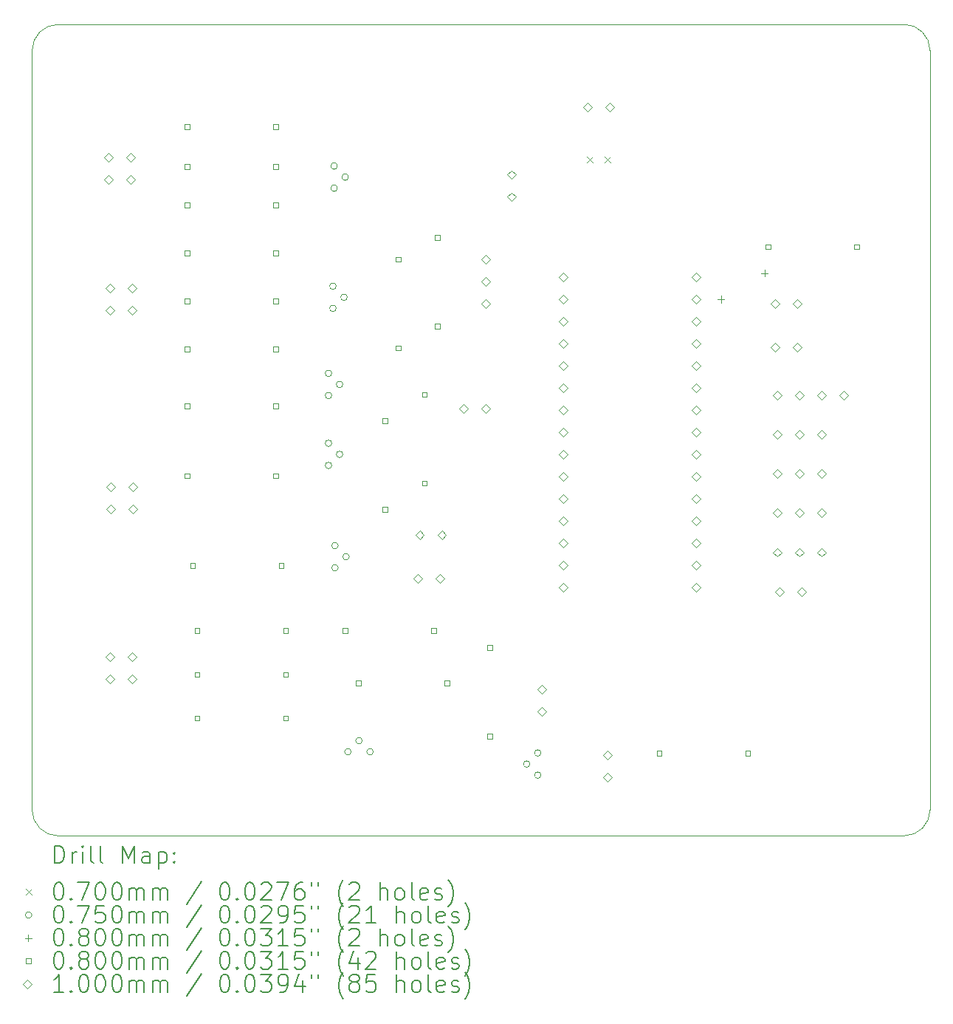
<source format=gbr>
%TF.GenerationSoftware,KiCad,Pcbnew,8.0.6*%
%TF.CreationDate,2024-12-04T16:18:23+01:00*%
%TF.ProjectId,smart home,736d6172-7420-4686-9f6d-652e6b696361,rev?*%
%TF.SameCoordinates,Original*%
%TF.FileFunction,Drillmap*%
%TF.FilePolarity,Positive*%
%FSLAX45Y45*%
G04 Gerber Fmt 4.5, Leading zero omitted, Abs format (unit mm)*
G04 Created by KiCad (PCBNEW 8.0.6) date 2024-12-04 16:18:23*
%MOMM*%
%LPD*%
G01*
G04 APERTURE LIST*
%ADD10C,0.050000*%
%ADD11C,0.200000*%
%ADD12C,0.100000*%
G04 APERTURE END LIST*
D10*
X12050000Y-2000000D02*
G75*
G02*
X12350000Y-2300000I0J-300000D01*
G01*
X12050000Y-11300000D02*
X2350000Y-11300000D01*
X2050000Y-2300000D02*
G75*
G02*
X2350000Y-2000000I300000J0D01*
G01*
X12350000Y-11000000D02*
X12350000Y-2300000D01*
X2350000Y-2000000D02*
X12050000Y-2000000D01*
X2350000Y-11300000D02*
G75*
G02*
X2050000Y-11000000I0J300000D01*
G01*
X2050000Y-2300000D02*
X2050000Y-11000000D01*
X12350000Y-11000000D02*
G75*
G02*
X12050000Y-11300000I-300000J0D01*
G01*
D11*
D12*
X8415000Y-3515000D02*
X8485000Y-3585000D01*
X8485000Y-3515000D02*
X8415000Y-3585000D01*
X8615000Y-3515000D02*
X8685000Y-3585000D01*
X8685000Y-3515000D02*
X8615000Y-3585000D01*
X5487500Y-6000000D02*
G75*
G02*
X5412500Y-6000000I-37500J0D01*
G01*
X5412500Y-6000000D02*
G75*
G02*
X5487500Y-6000000I37500J0D01*
G01*
X5487500Y-6254000D02*
G75*
G02*
X5412500Y-6254000I-37500J0D01*
G01*
X5412500Y-6254000D02*
G75*
G02*
X5487500Y-6254000I37500J0D01*
G01*
X5487500Y-6800000D02*
G75*
G02*
X5412500Y-6800000I-37500J0D01*
G01*
X5412500Y-6800000D02*
G75*
G02*
X5487500Y-6800000I37500J0D01*
G01*
X5487500Y-7054000D02*
G75*
G02*
X5412500Y-7054000I-37500J0D01*
G01*
X5412500Y-7054000D02*
G75*
G02*
X5487500Y-7054000I37500J0D01*
G01*
X5537500Y-5000000D02*
G75*
G02*
X5462500Y-5000000I-37500J0D01*
G01*
X5462500Y-5000000D02*
G75*
G02*
X5537500Y-5000000I37500J0D01*
G01*
X5537500Y-5254000D02*
G75*
G02*
X5462500Y-5254000I-37500J0D01*
G01*
X5462500Y-5254000D02*
G75*
G02*
X5537500Y-5254000I37500J0D01*
G01*
X5551500Y-3623000D02*
G75*
G02*
X5476500Y-3623000I-37500J0D01*
G01*
X5476500Y-3623000D02*
G75*
G02*
X5551500Y-3623000I37500J0D01*
G01*
X5551500Y-3877000D02*
G75*
G02*
X5476500Y-3877000I-37500J0D01*
G01*
X5476500Y-3877000D02*
G75*
G02*
X5551500Y-3877000I37500J0D01*
G01*
X5560500Y-7973000D02*
G75*
G02*
X5485500Y-7973000I-37500J0D01*
G01*
X5485500Y-7973000D02*
G75*
G02*
X5560500Y-7973000I37500J0D01*
G01*
X5560500Y-8227000D02*
G75*
G02*
X5485500Y-8227000I-37500J0D01*
G01*
X5485500Y-8227000D02*
G75*
G02*
X5560500Y-8227000I37500J0D01*
G01*
X5614500Y-6127000D02*
G75*
G02*
X5539500Y-6127000I-37500J0D01*
G01*
X5539500Y-6127000D02*
G75*
G02*
X5614500Y-6127000I37500J0D01*
G01*
X5614500Y-6927000D02*
G75*
G02*
X5539500Y-6927000I-37500J0D01*
G01*
X5539500Y-6927000D02*
G75*
G02*
X5614500Y-6927000I37500J0D01*
G01*
X5664500Y-5127000D02*
G75*
G02*
X5589500Y-5127000I-37500J0D01*
G01*
X5589500Y-5127000D02*
G75*
G02*
X5664500Y-5127000I37500J0D01*
G01*
X5678500Y-3750000D02*
G75*
G02*
X5603500Y-3750000I-37500J0D01*
G01*
X5603500Y-3750000D02*
G75*
G02*
X5678500Y-3750000I37500J0D01*
G01*
X5687500Y-8100000D02*
G75*
G02*
X5612500Y-8100000I-37500J0D01*
G01*
X5612500Y-8100000D02*
G75*
G02*
X5687500Y-8100000I37500J0D01*
G01*
X5710500Y-10336000D02*
G75*
G02*
X5635500Y-10336000I-37500J0D01*
G01*
X5635500Y-10336000D02*
G75*
G02*
X5710500Y-10336000I37500J0D01*
G01*
X5837500Y-10209000D02*
G75*
G02*
X5762500Y-10209000I-37500J0D01*
G01*
X5762500Y-10209000D02*
G75*
G02*
X5837500Y-10209000I37500J0D01*
G01*
X5964500Y-10336000D02*
G75*
G02*
X5889500Y-10336000I-37500J0D01*
G01*
X5889500Y-10336000D02*
G75*
G02*
X5964500Y-10336000I37500J0D01*
G01*
X7760500Y-10477000D02*
G75*
G02*
X7685500Y-10477000I-37500J0D01*
G01*
X7685500Y-10477000D02*
G75*
G02*
X7760500Y-10477000I37500J0D01*
G01*
X7887500Y-10350000D02*
G75*
G02*
X7812500Y-10350000I-37500J0D01*
G01*
X7812500Y-10350000D02*
G75*
G02*
X7887500Y-10350000I37500J0D01*
G01*
X7887500Y-10604000D02*
G75*
G02*
X7812500Y-10604000I-37500J0D01*
G01*
X7812500Y-10604000D02*
G75*
G02*
X7887500Y-10604000I37500J0D01*
G01*
X9950000Y-5110000D02*
X9950000Y-5190000D01*
X9910000Y-5150000D02*
X9990000Y-5150000D01*
X10450000Y-4810000D02*
X10450000Y-4890000D01*
X10410000Y-4850000D02*
X10490000Y-4850000D01*
X3856284Y-3201284D02*
X3856284Y-3144715D01*
X3799715Y-3144715D01*
X3799715Y-3201284D01*
X3856284Y-3201284D01*
X3856284Y-3656284D02*
X3856284Y-3599715D01*
X3799715Y-3599715D01*
X3799715Y-3656284D01*
X3856284Y-3656284D01*
X3856284Y-4101284D02*
X3856284Y-4044715D01*
X3799715Y-4044715D01*
X3799715Y-4101284D01*
X3856284Y-4101284D01*
X3856284Y-4651285D02*
X3856284Y-4594716D01*
X3799715Y-4594716D01*
X3799715Y-4651285D01*
X3856284Y-4651285D01*
X3856284Y-5201285D02*
X3856284Y-5144716D01*
X3799715Y-5144716D01*
X3799715Y-5201285D01*
X3856284Y-5201285D01*
X3856284Y-5751284D02*
X3856284Y-5694715D01*
X3799715Y-5694715D01*
X3799715Y-5751284D01*
X3856284Y-5751284D01*
X3856284Y-6401284D02*
X3856284Y-6344715D01*
X3799715Y-6344715D01*
X3799715Y-6401284D01*
X3856284Y-6401284D01*
X3856284Y-7201284D02*
X3856284Y-7144715D01*
X3799715Y-7144715D01*
X3799715Y-7201284D01*
X3856284Y-7201284D01*
X3920284Y-8228284D02*
X3920284Y-8171715D01*
X3863715Y-8171715D01*
X3863715Y-8228284D01*
X3920284Y-8228284D01*
X3970284Y-8978285D02*
X3970284Y-8921716D01*
X3913715Y-8921716D01*
X3913715Y-8978285D01*
X3970284Y-8978285D01*
X3970284Y-9478285D02*
X3970284Y-9421716D01*
X3913715Y-9421716D01*
X3913715Y-9478285D01*
X3970284Y-9478285D01*
X3970284Y-9978285D02*
X3970284Y-9921716D01*
X3913715Y-9921716D01*
X3913715Y-9978285D01*
X3970284Y-9978285D01*
X4872285Y-3201284D02*
X4872285Y-3144715D01*
X4815716Y-3144715D01*
X4815716Y-3201284D01*
X4872285Y-3201284D01*
X4872285Y-3656284D02*
X4872285Y-3599715D01*
X4815716Y-3599715D01*
X4815716Y-3656284D01*
X4872285Y-3656284D01*
X4872285Y-4101284D02*
X4872285Y-4044715D01*
X4815716Y-4044715D01*
X4815716Y-4101284D01*
X4872285Y-4101284D01*
X4872285Y-4651285D02*
X4872285Y-4594716D01*
X4815716Y-4594716D01*
X4815716Y-4651285D01*
X4872285Y-4651285D01*
X4872285Y-5201285D02*
X4872285Y-5144716D01*
X4815716Y-5144716D01*
X4815716Y-5201285D01*
X4872285Y-5201285D01*
X4872285Y-5751284D02*
X4872285Y-5694715D01*
X4815716Y-5694715D01*
X4815716Y-5751284D01*
X4872285Y-5751284D01*
X4872285Y-6401284D02*
X4872285Y-6344715D01*
X4815716Y-6344715D01*
X4815716Y-6401284D01*
X4872285Y-6401284D01*
X4872285Y-7201284D02*
X4872285Y-7144715D01*
X4815716Y-7144715D01*
X4815716Y-7201284D01*
X4872285Y-7201284D01*
X4936285Y-8228284D02*
X4936285Y-8171715D01*
X4879716Y-8171715D01*
X4879716Y-8228284D01*
X4936285Y-8228284D01*
X4986285Y-8978285D02*
X4986285Y-8921716D01*
X4929716Y-8921716D01*
X4929716Y-8978285D01*
X4986285Y-8978285D01*
X4986285Y-9478285D02*
X4986285Y-9421716D01*
X4929716Y-9421716D01*
X4929716Y-9478285D01*
X4986285Y-9478285D01*
X4986285Y-9978285D02*
X4986285Y-9921716D01*
X4929716Y-9921716D01*
X4929716Y-9978285D01*
X4986285Y-9978285D01*
X5670284Y-8978285D02*
X5670284Y-8921716D01*
X5613715Y-8921716D01*
X5613715Y-8978285D01*
X5670284Y-8978285D01*
X5820284Y-9578285D02*
X5820284Y-9521716D01*
X5763715Y-9521716D01*
X5763715Y-9578285D01*
X5820284Y-9578285D01*
X6128284Y-6570284D02*
X6128284Y-6513715D01*
X6071715Y-6513715D01*
X6071715Y-6570284D01*
X6128284Y-6570284D01*
X6128284Y-7586284D02*
X6128284Y-7529715D01*
X6071715Y-7529715D01*
X6071715Y-7586284D01*
X6128284Y-7586284D01*
X6278284Y-4720285D02*
X6278284Y-4663716D01*
X6221715Y-4663716D01*
X6221715Y-4720285D01*
X6278284Y-4720285D01*
X6278284Y-5736284D02*
X6278284Y-5679715D01*
X6221715Y-5679715D01*
X6221715Y-5736284D01*
X6278284Y-5736284D01*
X6578284Y-6270284D02*
X6578284Y-6213715D01*
X6521715Y-6213715D01*
X6521715Y-6270284D01*
X6578284Y-6270284D01*
X6578284Y-7286284D02*
X6578284Y-7229715D01*
X6521715Y-7229715D01*
X6521715Y-7286284D01*
X6578284Y-7286284D01*
X6686284Y-8978285D02*
X6686284Y-8921716D01*
X6629715Y-8921716D01*
X6629715Y-8978285D01*
X6686284Y-8978285D01*
X6728284Y-4470285D02*
X6728284Y-4413716D01*
X6671715Y-4413716D01*
X6671715Y-4470285D01*
X6728284Y-4470285D01*
X6728284Y-5486285D02*
X6728284Y-5429716D01*
X6671715Y-5429716D01*
X6671715Y-5486285D01*
X6728284Y-5486285D01*
X6836284Y-9578285D02*
X6836284Y-9521716D01*
X6779715Y-9521716D01*
X6779715Y-9578285D01*
X6836284Y-9578285D01*
X7328284Y-9170285D02*
X7328284Y-9113716D01*
X7271715Y-9113716D01*
X7271715Y-9170285D01*
X7328284Y-9170285D01*
X7328284Y-10186285D02*
X7328284Y-10129716D01*
X7271715Y-10129716D01*
X7271715Y-10186285D01*
X7328284Y-10186285D01*
X9270285Y-10378285D02*
X9270285Y-10321716D01*
X9213716Y-10321716D01*
X9213716Y-10378285D01*
X9270285Y-10378285D01*
X10286285Y-10378285D02*
X10286285Y-10321716D01*
X10229716Y-10321716D01*
X10229716Y-10378285D01*
X10286285Y-10378285D01*
X10520285Y-4578285D02*
X10520285Y-4521716D01*
X10463716Y-4521716D01*
X10463716Y-4578285D01*
X10520285Y-4578285D01*
X11536284Y-4578285D02*
X11536284Y-4521716D01*
X11479715Y-4521716D01*
X11479715Y-4578285D01*
X11536284Y-4578285D01*
X2925000Y-3571000D02*
X2975000Y-3521000D01*
X2925000Y-3471000D01*
X2875000Y-3521000D01*
X2925000Y-3571000D01*
X2925000Y-3825000D02*
X2975000Y-3775000D01*
X2925000Y-3725000D01*
X2875000Y-3775000D01*
X2925000Y-3825000D01*
X2946000Y-5071000D02*
X2996000Y-5021000D01*
X2946000Y-4971000D01*
X2896000Y-5021000D01*
X2946000Y-5071000D01*
X2946000Y-5325000D02*
X2996000Y-5275000D01*
X2946000Y-5225000D01*
X2896000Y-5275000D01*
X2946000Y-5325000D01*
X2946000Y-9296000D02*
X2996000Y-9246000D01*
X2946000Y-9196000D01*
X2896000Y-9246000D01*
X2946000Y-9296000D01*
X2946000Y-9550000D02*
X2996000Y-9500000D01*
X2946000Y-9450000D01*
X2896000Y-9500000D01*
X2946000Y-9550000D01*
X2950000Y-7350000D02*
X3000000Y-7300000D01*
X2950000Y-7250000D01*
X2900000Y-7300000D01*
X2950000Y-7350000D01*
X2950000Y-7604000D02*
X3000000Y-7554000D01*
X2950000Y-7504000D01*
X2900000Y-7554000D01*
X2950000Y-7604000D01*
X3179000Y-3571000D02*
X3229000Y-3521000D01*
X3179000Y-3471000D01*
X3129000Y-3521000D01*
X3179000Y-3571000D01*
X3179000Y-3825000D02*
X3229000Y-3775000D01*
X3179000Y-3725000D01*
X3129000Y-3775000D01*
X3179000Y-3825000D01*
X3200000Y-5071000D02*
X3250000Y-5021000D01*
X3200000Y-4971000D01*
X3150000Y-5021000D01*
X3200000Y-5071000D01*
X3200000Y-5325000D02*
X3250000Y-5275000D01*
X3200000Y-5225000D01*
X3150000Y-5275000D01*
X3200000Y-5325000D01*
X3200000Y-9296000D02*
X3250000Y-9246000D01*
X3200000Y-9196000D01*
X3150000Y-9246000D01*
X3200000Y-9296000D01*
X3200000Y-9550000D02*
X3250000Y-9500000D01*
X3200000Y-9450000D01*
X3150000Y-9500000D01*
X3200000Y-9550000D01*
X3204000Y-7350000D02*
X3254000Y-7300000D01*
X3204000Y-7250000D01*
X3154000Y-7300000D01*
X3204000Y-7350000D01*
X3204000Y-7604000D02*
X3254000Y-7554000D01*
X3204000Y-7504000D01*
X3154000Y-7554000D01*
X3204000Y-7604000D01*
X6472500Y-8400000D02*
X6522500Y-8350000D01*
X6472500Y-8300000D01*
X6422500Y-8350000D01*
X6472500Y-8400000D01*
X6496000Y-7900000D02*
X6546000Y-7850000D01*
X6496000Y-7800000D01*
X6446000Y-7850000D01*
X6496000Y-7900000D01*
X6726500Y-8400000D02*
X6776500Y-8350000D01*
X6726500Y-8300000D01*
X6676500Y-8350000D01*
X6726500Y-8400000D01*
X6750000Y-7900000D02*
X6800000Y-7850000D01*
X6750000Y-7800000D01*
X6700000Y-7850000D01*
X6750000Y-7900000D01*
X6996000Y-6450000D02*
X7046000Y-6400000D01*
X6996000Y-6350000D01*
X6946000Y-6400000D01*
X6996000Y-6450000D01*
X7250000Y-4744500D02*
X7300000Y-4694500D01*
X7250000Y-4644500D01*
X7200000Y-4694500D01*
X7250000Y-4744500D01*
X7250000Y-4998500D02*
X7300000Y-4948500D01*
X7250000Y-4898500D01*
X7200000Y-4948500D01*
X7250000Y-4998500D01*
X7250000Y-5252500D02*
X7300000Y-5202500D01*
X7250000Y-5152500D01*
X7200000Y-5202500D01*
X7250000Y-5252500D01*
X7250000Y-6450000D02*
X7300000Y-6400000D01*
X7250000Y-6350000D01*
X7200000Y-6400000D01*
X7250000Y-6450000D01*
X7550000Y-3772500D02*
X7600000Y-3722500D01*
X7550000Y-3672500D01*
X7500000Y-3722500D01*
X7550000Y-3772500D01*
X7550000Y-4026500D02*
X7600000Y-3976500D01*
X7550000Y-3926500D01*
X7500000Y-3976500D01*
X7550000Y-4026500D01*
X7900000Y-9673500D02*
X7950000Y-9623500D01*
X7900000Y-9573500D01*
X7850000Y-9623500D01*
X7900000Y-9673500D01*
X7900000Y-9927500D02*
X7950000Y-9877500D01*
X7900000Y-9827500D01*
X7850000Y-9877500D01*
X7900000Y-9927500D01*
X8139000Y-4945000D02*
X8189000Y-4895000D01*
X8139000Y-4845000D01*
X8089000Y-4895000D01*
X8139000Y-4945000D01*
X8139000Y-5199000D02*
X8189000Y-5149000D01*
X8139000Y-5099000D01*
X8089000Y-5149000D01*
X8139000Y-5199000D01*
X8139000Y-5453000D02*
X8189000Y-5403000D01*
X8139000Y-5353000D01*
X8089000Y-5403000D01*
X8139000Y-5453000D01*
X8139000Y-5707000D02*
X8189000Y-5657000D01*
X8139000Y-5607000D01*
X8089000Y-5657000D01*
X8139000Y-5707000D01*
X8139000Y-5961000D02*
X8189000Y-5911000D01*
X8139000Y-5861000D01*
X8089000Y-5911000D01*
X8139000Y-5961000D01*
X8139000Y-6215000D02*
X8189000Y-6165000D01*
X8139000Y-6115000D01*
X8089000Y-6165000D01*
X8139000Y-6215000D01*
X8139000Y-6469000D02*
X8189000Y-6419000D01*
X8139000Y-6369000D01*
X8089000Y-6419000D01*
X8139000Y-6469000D01*
X8139000Y-6723000D02*
X8189000Y-6673000D01*
X8139000Y-6623000D01*
X8089000Y-6673000D01*
X8139000Y-6723000D01*
X8139000Y-6977000D02*
X8189000Y-6927000D01*
X8139000Y-6877000D01*
X8089000Y-6927000D01*
X8139000Y-6977000D01*
X8139000Y-7231000D02*
X8189000Y-7181000D01*
X8139000Y-7131000D01*
X8089000Y-7181000D01*
X8139000Y-7231000D01*
X8139000Y-7485000D02*
X8189000Y-7435000D01*
X8139000Y-7385000D01*
X8089000Y-7435000D01*
X8139000Y-7485000D01*
X8139000Y-7739000D02*
X8189000Y-7689000D01*
X8139000Y-7639000D01*
X8089000Y-7689000D01*
X8139000Y-7739000D01*
X8139000Y-7993000D02*
X8189000Y-7943000D01*
X8139000Y-7893000D01*
X8089000Y-7943000D01*
X8139000Y-7993000D01*
X8139000Y-8247000D02*
X8189000Y-8197000D01*
X8139000Y-8147000D01*
X8089000Y-8197000D01*
X8139000Y-8247000D01*
X8139000Y-8501000D02*
X8189000Y-8451000D01*
X8139000Y-8401000D01*
X8089000Y-8451000D01*
X8139000Y-8501000D01*
X8422500Y-3000000D02*
X8472500Y-2950000D01*
X8422500Y-2900000D01*
X8372500Y-2950000D01*
X8422500Y-3000000D01*
X8650000Y-10422500D02*
X8700000Y-10372500D01*
X8650000Y-10322500D01*
X8600000Y-10372500D01*
X8650000Y-10422500D01*
X8650000Y-10676500D02*
X8700000Y-10626500D01*
X8650000Y-10576500D01*
X8600000Y-10626500D01*
X8650000Y-10676500D01*
X8676500Y-3000000D02*
X8726500Y-2950000D01*
X8676500Y-2900000D01*
X8626500Y-2950000D01*
X8676500Y-3000000D01*
X9663000Y-4945000D02*
X9713000Y-4895000D01*
X9663000Y-4845000D01*
X9613000Y-4895000D01*
X9663000Y-4945000D01*
X9663000Y-5199000D02*
X9713000Y-5149000D01*
X9663000Y-5099000D01*
X9613000Y-5149000D01*
X9663000Y-5199000D01*
X9663000Y-5453000D02*
X9713000Y-5403000D01*
X9663000Y-5353000D01*
X9613000Y-5403000D01*
X9663000Y-5453000D01*
X9663000Y-5707000D02*
X9713000Y-5657000D01*
X9663000Y-5607000D01*
X9613000Y-5657000D01*
X9663000Y-5707000D01*
X9663000Y-5961000D02*
X9713000Y-5911000D01*
X9663000Y-5861000D01*
X9613000Y-5911000D01*
X9663000Y-5961000D01*
X9663000Y-6215000D02*
X9713000Y-6165000D01*
X9663000Y-6115000D01*
X9613000Y-6165000D01*
X9663000Y-6215000D01*
X9663000Y-6469000D02*
X9713000Y-6419000D01*
X9663000Y-6369000D01*
X9613000Y-6419000D01*
X9663000Y-6469000D01*
X9663000Y-6723000D02*
X9713000Y-6673000D01*
X9663000Y-6623000D01*
X9613000Y-6673000D01*
X9663000Y-6723000D01*
X9663000Y-6977000D02*
X9713000Y-6927000D01*
X9663000Y-6877000D01*
X9613000Y-6927000D01*
X9663000Y-6977000D01*
X9663000Y-7231000D02*
X9713000Y-7181000D01*
X9663000Y-7131000D01*
X9613000Y-7181000D01*
X9663000Y-7231000D01*
X9663000Y-7485000D02*
X9713000Y-7435000D01*
X9663000Y-7385000D01*
X9613000Y-7435000D01*
X9663000Y-7485000D01*
X9663000Y-7739000D02*
X9713000Y-7689000D01*
X9663000Y-7639000D01*
X9613000Y-7689000D01*
X9663000Y-7739000D01*
X9663000Y-7993000D02*
X9713000Y-7943000D01*
X9663000Y-7893000D01*
X9613000Y-7943000D01*
X9663000Y-7993000D01*
X9663000Y-8247000D02*
X9713000Y-8197000D01*
X9663000Y-8147000D01*
X9613000Y-8197000D01*
X9663000Y-8247000D01*
X9663000Y-8501000D02*
X9713000Y-8451000D01*
X9663000Y-8401000D01*
X9613000Y-8451000D01*
X9663000Y-8501000D01*
X10573500Y-5250000D02*
X10623500Y-5200000D01*
X10573500Y-5150000D01*
X10523500Y-5200000D01*
X10573500Y-5250000D01*
X10573500Y-5750000D02*
X10623500Y-5700000D01*
X10573500Y-5650000D01*
X10523500Y-5700000D01*
X10573500Y-5750000D01*
X10594500Y-7200000D02*
X10644500Y-7150000D01*
X10594500Y-7100000D01*
X10544500Y-7150000D01*
X10594500Y-7200000D01*
X10596000Y-7650000D02*
X10646000Y-7600000D01*
X10596000Y-7550000D01*
X10546000Y-7600000D01*
X10596000Y-7650000D01*
X10596000Y-8100000D02*
X10646000Y-8050000D01*
X10596000Y-8000000D01*
X10546000Y-8050000D01*
X10596000Y-8100000D01*
X10600000Y-6300000D02*
X10650000Y-6250000D01*
X10600000Y-6200000D01*
X10550000Y-6250000D01*
X10600000Y-6300000D01*
X10600000Y-6750000D02*
X10650000Y-6700000D01*
X10600000Y-6650000D01*
X10550000Y-6700000D01*
X10600000Y-6750000D01*
X10623500Y-8550000D02*
X10673500Y-8500000D01*
X10623500Y-8450000D01*
X10573500Y-8500000D01*
X10623500Y-8550000D01*
X10827500Y-5250000D02*
X10877500Y-5200000D01*
X10827500Y-5150000D01*
X10777500Y-5200000D01*
X10827500Y-5250000D01*
X10827500Y-5750000D02*
X10877500Y-5700000D01*
X10827500Y-5650000D01*
X10777500Y-5700000D01*
X10827500Y-5750000D01*
X10848500Y-7200000D02*
X10898500Y-7150000D01*
X10848500Y-7100000D01*
X10798500Y-7150000D01*
X10848500Y-7200000D01*
X10850000Y-7650000D02*
X10900000Y-7600000D01*
X10850000Y-7550000D01*
X10800000Y-7600000D01*
X10850000Y-7650000D01*
X10850000Y-8100000D02*
X10900000Y-8050000D01*
X10850000Y-8000000D01*
X10800000Y-8050000D01*
X10850000Y-8100000D01*
X10854000Y-6300000D02*
X10904000Y-6250000D01*
X10854000Y-6200000D01*
X10804000Y-6250000D01*
X10854000Y-6300000D01*
X10854000Y-6750000D02*
X10904000Y-6700000D01*
X10854000Y-6650000D01*
X10804000Y-6700000D01*
X10854000Y-6750000D01*
X10877500Y-8550000D02*
X10927500Y-8500000D01*
X10877500Y-8450000D01*
X10827500Y-8500000D01*
X10877500Y-8550000D01*
X11102500Y-7200000D02*
X11152500Y-7150000D01*
X11102500Y-7100000D01*
X11052500Y-7150000D01*
X11102500Y-7200000D01*
X11104000Y-7650000D02*
X11154000Y-7600000D01*
X11104000Y-7550000D01*
X11054000Y-7600000D01*
X11104000Y-7650000D01*
X11104000Y-8100000D02*
X11154000Y-8050000D01*
X11104000Y-8000000D01*
X11054000Y-8050000D01*
X11104000Y-8100000D01*
X11108000Y-6300000D02*
X11158000Y-6250000D01*
X11108000Y-6200000D01*
X11058000Y-6250000D01*
X11108000Y-6300000D01*
X11108000Y-6750000D02*
X11158000Y-6700000D01*
X11108000Y-6650000D01*
X11058000Y-6700000D01*
X11108000Y-6750000D01*
X11362000Y-6300000D02*
X11412000Y-6250000D01*
X11362000Y-6200000D01*
X11312000Y-6250000D01*
X11362000Y-6300000D01*
D11*
X2308277Y-11613984D02*
X2308277Y-11413984D01*
X2308277Y-11413984D02*
X2355896Y-11413984D01*
X2355896Y-11413984D02*
X2384467Y-11423508D01*
X2384467Y-11423508D02*
X2403515Y-11442555D01*
X2403515Y-11442555D02*
X2413039Y-11461603D01*
X2413039Y-11461603D02*
X2422563Y-11499698D01*
X2422563Y-11499698D02*
X2422563Y-11528269D01*
X2422563Y-11528269D02*
X2413039Y-11566365D01*
X2413039Y-11566365D02*
X2403515Y-11585412D01*
X2403515Y-11585412D02*
X2384467Y-11604460D01*
X2384467Y-11604460D02*
X2355896Y-11613984D01*
X2355896Y-11613984D02*
X2308277Y-11613984D01*
X2508277Y-11613984D02*
X2508277Y-11480650D01*
X2508277Y-11518746D02*
X2517801Y-11499698D01*
X2517801Y-11499698D02*
X2527324Y-11490174D01*
X2527324Y-11490174D02*
X2546372Y-11480650D01*
X2546372Y-11480650D02*
X2565420Y-11480650D01*
X2632086Y-11613984D02*
X2632086Y-11480650D01*
X2632086Y-11413984D02*
X2622563Y-11423508D01*
X2622563Y-11423508D02*
X2632086Y-11433031D01*
X2632086Y-11433031D02*
X2641610Y-11423508D01*
X2641610Y-11423508D02*
X2632086Y-11413984D01*
X2632086Y-11413984D02*
X2632086Y-11433031D01*
X2755896Y-11613984D02*
X2736848Y-11604460D01*
X2736848Y-11604460D02*
X2727324Y-11585412D01*
X2727324Y-11585412D02*
X2727324Y-11413984D01*
X2860658Y-11613984D02*
X2841610Y-11604460D01*
X2841610Y-11604460D02*
X2832086Y-11585412D01*
X2832086Y-11585412D02*
X2832086Y-11413984D01*
X3089229Y-11613984D02*
X3089229Y-11413984D01*
X3089229Y-11413984D02*
X3155896Y-11556841D01*
X3155896Y-11556841D02*
X3222562Y-11413984D01*
X3222562Y-11413984D02*
X3222562Y-11613984D01*
X3403515Y-11613984D02*
X3403515Y-11509222D01*
X3403515Y-11509222D02*
X3393991Y-11490174D01*
X3393991Y-11490174D02*
X3374943Y-11480650D01*
X3374943Y-11480650D02*
X3336848Y-11480650D01*
X3336848Y-11480650D02*
X3317801Y-11490174D01*
X3403515Y-11604460D02*
X3384467Y-11613984D01*
X3384467Y-11613984D02*
X3336848Y-11613984D01*
X3336848Y-11613984D02*
X3317801Y-11604460D01*
X3317801Y-11604460D02*
X3308277Y-11585412D01*
X3308277Y-11585412D02*
X3308277Y-11566365D01*
X3308277Y-11566365D02*
X3317801Y-11547317D01*
X3317801Y-11547317D02*
X3336848Y-11537793D01*
X3336848Y-11537793D02*
X3384467Y-11537793D01*
X3384467Y-11537793D02*
X3403515Y-11528269D01*
X3498753Y-11480650D02*
X3498753Y-11680650D01*
X3498753Y-11490174D02*
X3517801Y-11480650D01*
X3517801Y-11480650D02*
X3555896Y-11480650D01*
X3555896Y-11480650D02*
X3574943Y-11490174D01*
X3574943Y-11490174D02*
X3584467Y-11499698D01*
X3584467Y-11499698D02*
X3593991Y-11518746D01*
X3593991Y-11518746D02*
X3593991Y-11575888D01*
X3593991Y-11575888D02*
X3584467Y-11594936D01*
X3584467Y-11594936D02*
X3574943Y-11604460D01*
X3574943Y-11604460D02*
X3555896Y-11613984D01*
X3555896Y-11613984D02*
X3517801Y-11613984D01*
X3517801Y-11613984D02*
X3498753Y-11604460D01*
X3679705Y-11594936D02*
X3689229Y-11604460D01*
X3689229Y-11604460D02*
X3679705Y-11613984D01*
X3679705Y-11613984D02*
X3670182Y-11604460D01*
X3670182Y-11604460D02*
X3679705Y-11594936D01*
X3679705Y-11594936D02*
X3679705Y-11613984D01*
X3679705Y-11490174D02*
X3689229Y-11499698D01*
X3689229Y-11499698D02*
X3679705Y-11509222D01*
X3679705Y-11509222D02*
X3670182Y-11499698D01*
X3670182Y-11499698D02*
X3679705Y-11490174D01*
X3679705Y-11490174D02*
X3679705Y-11509222D01*
D12*
X1977500Y-11907500D02*
X2047500Y-11977500D01*
X2047500Y-11907500D02*
X1977500Y-11977500D01*
D11*
X2346372Y-11833984D02*
X2365420Y-11833984D01*
X2365420Y-11833984D02*
X2384467Y-11843508D01*
X2384467Y-11843508D02*
X2393991Y-11853031D01*
X2393991Y-11853031D02*
X2403515Y-11872079D01*
X2403515Y-11872079D02*
X2413039Y-11910174D01*
X2413039Y-11910174D02*
X2413039Y-11957793D01*
X2413039Y-11957793D02*
X2403515Y-11995888D01*
X2403515Y-11995888D02*
X2393991Y-12014936D01*
X2393991Y-12014936D02*
X2384467Y-12024460D01*
X2384467Y-12024460D02*
X2365420Y-12033984D01*
X2365420Y-12033984D02*
X2346372Y-12033984D01*
X2346372Y-12033984D02*
X2327324Y-12024460D01*
X2327324Y-12024460D02*
X2317801Y-12014936D01*
X2317801Y-12014936D02*
X2308277Y-11995888D01*
X2308277Y-11995888D02*
X2298753Y-11957793D01*
X2298753Y-11957793D02*
X2298753Y-11910174D01*
X2298753Y-11910174D02*
X2308277Y-11872079D01*
X2308277Y-11872079D02*
X2317801Y-11853031D01*
X2317801Y-11853031D02*
X2327324Y-11843508D01*
X2327324Y-11843508D02*
X2346372Y-11833984D01*
X2498753Y-12014936D02*
X2508277Y-12024460D01*
X2508277Y-12024460D02*
X2498753Y-12033984D01*
X2498753Y-12033984D02*
X2489229Y-12024460D01*
X2489229Y-12024460D02*
X2498753Y-12014936D01*
X2498753Y-12014936D02*
X2498753Y-12033984D01*
X2574944Y-11833984D02*
X2708277Y-11833984D01*
X2708277Y-11833984D02*
X2622563Y-12033984D01*
X2822562Y-11833984D02*
X2841610Y-11833984D01*
X2841610Y-11833984D02*
X2860658Y-11843508D01*
X2860658Y-11843508D02*
X2870182Y-11853031D01*
X2870182Y-11853031D02*
X2879705Y-11872079D01*
X2879705Y-11872079D02*
X2889229Y-11910174D01*
X2889229Y-11910174D02*
X2889229Y-11957793D01*
X2889229Y-11957793D02*
X2879705Y-11995888D01*
X2879705Y-11995888D02*
X2870182Y-12014936D01*
X2870182Y-12014936D02*
X2860658Y-12024460D01*
X2860658Y-12024460D02*
X2841610Y-12033984D01*
X2841610Y-12033984D02*
X2822562Y-12033984D01*
X2822562Y-12033984D02*
X2803515Y-12024460D01*
X2803515Y-12024460D02*
X2793991Y-12014936D01*
X2793991Y-12014936D02*
X2784467Y-11995888D01*
X2784467Y-11995888D02*
X2774944Y-11957793D01*
X2774944Y-11957793D02*
X2774944Y-11910174D01*
X2774944Y-11910174D02*
X2784467Y-11872079D01*
X2784467Y-11872079D02*
X2793991Y-11853031D01*
X2793991Y-11853031D02*
X2803515Y-11843508D01*
X2803515Y-11843508D02*
X2822562Y-11833984D01*
X3013039Y-11833984D02*
X3032086Y-11833984D01*
X3032086Y-11833984D02*
X3051134Y-11843508D01*
X3051134Y-11843508D02*
X3060658Y-11853031D01*
X3060658Y-11853031D02*
X3070182Y-11872079D01*
X3070182Y-11872079D02*
X3079705Y-11910174D01*
X3079705Y-11910174D02*
X3079705Y-11957793D01*
X3079705Y-11957793D02*
X3070182Y-11995888D01*
X3070182Y-11995888D02*
X3060658Y-12014936D01*
X3060658Y-12014936D02*
X3051134Y-12024460D01*
X3051134Y-12024460D02*
X3032086Y-12033984D01*
X3032086Y-12033984D02*
X3013039Y-12033984D01*
X3013039Y-12033984D02*
X2993991Y-12024460D01*
X2993991Y-12024460D02*
X2984467Y-12014936D01*
X2984467Y-12014936D02*
X2974943Y-11995888D01*
X2974943Y-11995888D02*
X2965420Y-11957793D01*
X2965420Y-11957793D02*
X2965420Y-11910174D01*
X2965420Y-11910174D02*
X2974943Y-11872079D01*
X2974943Y-11872079D02*
X2984467Y-11853031D01*
X2984467Y-11853031D02*
X2993991Y-11843508D01*
X2993991Y-11843508D02*
X3013039Y-11833984D01*
X3165420Y-12033984D02*
X3165420Y-11900650D01*
X3165420Y-11919698D02*
X3174943Y-11910174D01*
X3174943Y-11910174D02*
X3193991Y-11900650D01*
X3193991Y-11900650D02*
X3222563Y-11900650D01*
X3222563Y-11900650D02*
X3241610Y-11910174D01*
X3241610Y-11910174D02*
X3251134Y-11929222D01*
X3251134Y-11929222D02*
X3251134Y-12033984D01*
X3251134Y-11929222D02*
X3260658Y-11910174D01*
X3260658Y-11910174D02*
X3279705Y-11900650D01*
X3279705Y-11900650D02*
X3308277Y-11900650D01*
X3308277Y-11900650D02*
X3327324Y-11910174D01*
X3327324Y-11910174D02*
X3336848Y-11929222D01*
X3336848Y-11929222D02*
X3336848Y-12033984D01*
X3432086Y-12033984D02*
X3432086Y-11900650D01*
X3432086Y-11919698D02*
X3441610Y-11910174D01*
X3441610Y-11910174D02*
X3460658Y-11900650D01*
X3460658Y-11900650D02*
X3489229Y-11900650D01*
X3489229Y-11900650D02*
X3508277Y-11910174D01*
X3508277Y-11910174D02*
X3517801Y-11929222D01*
X3517801Y-11929222D02*
X3517801Y-12033984D01*
X3517801Y-11929222D02*
X3527324Y-11910174D01*
X3527324Y-11910174D02*
X3546372Y-11900650D01*
X3546372Y-11900650D02*
X3574943Y-11900650D01*
X3574943Y-11900650D02*
X3593991Y-11910174D01*
X3593991Y-11910174D02*
X3603515Y-11929222D01*
X3603515Y-11929222D02*
X3603515Y-12033984D01*
X3993991Y-11824460D02*
X3822563Y-12081603D01*
X4251134Y-11833984D02*
X4270182Y-11833984D01*
X4270182Y-11833984D02*
X4289229Y-11843508D01*
X4289229Y-11843508D02*
X4298753Y-11853031D01*
X4298753Y-11853031D02*
X4308277Y-11872079D01*
X4308277Y-11872079D02*
X4317801Y-11910174D01*
X4317801Y-11910174D02*
X4317801Y-11957793D01*
X4317801Y-11957793D02*
X4308277Y-11995888D01*
X4308277Y-11995888D02*
X4298753Y-12014936D01*
X4298753Y-12014936D02*
X4289229Y-12024460D01*
X4289229Y-12024460D02*
X4270182Y-12033984D01*
X4270182Y-12033984D02*
X4251134Y-12033984D01*
X4251134Y-12033984D02*
X4232087Y-12024460D01*
X4232087Y-12024460D02*
X4222563Y-12014936D01*
X4222563Y-12014936D02*
X4213039Y-11995888D01*
X4213039Y-11995888D02*
X4203515Y-11957793D01*
X4203515Y-11957793D02*
X4203515Y-11910174D01*
X4203515Y-11910174D02*
X4213039Y-11872079D01*
X4213039Y-11872079D02*
X4222563Y-11853031D01*
X4222563Y-11853031D02*
X4232087Y-11843508D01*
X4232087Y-11843508D02*
X4251134Y-11833984D01*
X4403515Y-12014936D02*
X4413039Y-12024460D01*
X4413039Y-12024460D02*
X4403515Y-12033984D01*
X4403515Y-12033984D02*
X4393991Y-12024460D01*
X4393991Y-12024460D02*
X4403515Y-12014936D01*
X4403515Y-12014936D02*
X4403515Y-12033984D01*
X4536848Y-11833984D02*
X4555896Y-11833984D01*
X4555896Y-11833984D02*
X4574944Y-11843508D01*
X4574944Y-11843508D02*
X4584468Y-11853031D01*
X4584468Y-11853031D02*
X4593991Y-11872079D01*
X4593991Y-11872079D02*
X4603515Y-11910174D01*
X4603515Y-11910174D02*
X4603515Y-11957793D01*
X4603515Y-11957793D02*
X4593991Y-11995888D01*
X4593991Y-11995888D02*
X4584468Y-12014936D01*
X4584468Y-12014936D02*
X4574944Y-12024460D01*
X4574944Y-12024460D02*
X4555896Y-12033984D01*
X4555896Y-12033984D02*
X4536848Y-12033984D01*
X4536848Y-12033984D02*
X4517801Y-12024460D01*
X4517801Y-12024460D02*
X4508277Y-12014936D01*
X4508277Y-12014936D02*
X4498753Y-11995888D01*
X4498753Y-11995888D02*
X4489229Y-11957793D01*
X4489229Y-11957793D02*
X4489229Y-11910174D01*
X4489229Y-11910174D02*
X4498753Y-11872079D01*
X4498753Y-11872079D02*
X4508277Y-11853031D01*
X4508277Y-11853031D02*
X4517801Y-11843508D01*
X4517801Y-11843508D02*
X4536848Y-11833984D01*
X4679706Y-11853031D02*
X4689229Y-11843508D01*
X4689229Y-11843508D02*
X4708277Y-11833984D01*
X4708277Y-11833984D02*
X4755896Y-11833984D01*
X4755896Y-11833984D02*
X4774944Y-11843508D01*
X4774944Y-11843508D02*
X4784468Y-11853031D01*
X4784468Y-11853031D02*
X4793991Y-11872079D01*
X4793991Y-11872079D02*
X4793991Y-11891127D01*
X4793991Y-11891127D02*
X4784468Y-11919698D01*
X4784468Y-11919698D02*
X4670182Y-12033984D01*
X4670182Y-12033984D02*
X4793991Y-12033984D01*
X4860658Y-11833984D02*
X4993991Y-11833984D01*
X4993991Y-11833984D02*
X4908277Y-12033984D01*
X5155896Y-11833984D02*
X5117801Y-11833984D01*
X5117801Y-11833984D02*
X5098753Y-11843508D01*
X5098753Y-11843508D02*
X5089229Y-11853031D01*
X5089229Y-11853031D02*
X5070182Y-11881603D01*
X5070182Y-11881603D02*
X5060658Y-11919698D01*
X5060658Y-11919698D02*
X5060658Y-11995888D01*
X5060658Y-11995888D02*
X5070182Y-12014936D01*
X5070182Y-12014936D02*
X5079706Y-12024460D01*
X5079706Y-12024460D02*
X5098753Y-12033984D01*
X5098753Y-12033984D02*
X5136849Y-12033984D01*
X5136849Y-12033984D02*
X5155896Y-12024460D01*
X5155896Y-12024460D02*
X5165420Y-12014936D01*
X5165420Y-12014936D02*
X5174944Y-11995888D01*
X5174944Y-11995888D02*
X5174944Y-11948269D01*
X5174944Y-11948269D02*
X5165420Y-11929222D01*
X5165420Y-11929222D02*
X5155896Y-11919698D01*
X5155896Y-11919698D02*
X5136849Y-11910174D01*
X5136849Y-11910174D02*
X5098753Y-11910174D01*
X5098753Y-11910174D02*
X5079706Y-11919698D01*
X5079706Y-11919698D02*
X5070182Y-11929222D01*
X5070182Y-11929222D02*
X5060658Y-11948269D01*
X5251134Y-11833984D02*
X5251134Y-11872079D01*
X5327325Y-11833984D02*
X5327325Y-11872079D01*
X5622563Y-12110174D02*
X5613039Y-12100650D01*
X5613039Y-12100650D02*
X5593991Y-12072079D01*
X5593991Y-12072079D02*
X5584468Y-12053031D01*
X5584468Y-12053031D02*
X5574944Y-12024460D01*
X5574944Y-12024460D02*
X5565420Y-11976841D01*
X5565420Y-11976841D02*
X5565420Y-11938746D01*
X5565420Y-11938746D02*
X5574944Y-11891127D01*
X5574944Y-11891127D02*
X5584468Y-11862555D01*
X5584468Y-11862555D02*
X5593991Y-11843508D01*
X5593991Y-11843508D02*
X5613039Y-11814936D01*
X5613039Y-11814936D02*
X5622563Y-11805412D01*
X5689229Y-11853031D02*
X5698753Y-11843508D01*
X5698753Y-11843508D02*
X5717801Y-11833984D01*
X5717801Y-11833984D02*
X5765420Y-11833984D01*
X5765420Y-11833984D02*
X5784468Y-11843508D01*
X5784468Y-11843508D02*
X5793991Y-11853031D01*
X5793991Y-11853031D02*
X5803515Y-11872079D01*
X5803515Y-11872079D02*
X5803515Y-11891127D01*
X5803515Y-11891127D02*
X5793991Y-11919698D01*
X5793991Y-11919698D02*
X5679706Y-12033984D01*
X5679706Y-12033984D02*
X5803515Y-12033984D01*
X6041610Y-12033984D02*
X6041610Y-11833984D01*
X6127325Y-12033984D02*
X6127325Y-11929222D01*
X6127325Y-11929222D02*
X6117801Y-11910174D01*
X6117801Y-11910174D02*
X6098753Y-11900650D01*
X6098753Y-11900650D02*
X6070182Y-11900650D01*
X6070182Y-11900650D02*
X6051134Y-11910174D01*
X6051134Y-11910174D02*
X6041610Y-11919698D01*
X6251134Y-12033984D02*
X6232087Y-12024460D01*
X6232087Y-12024460D02*
X6222563Y-12014936D01*
X6222563Y-12014936D02*
X6213039Y-11995888D01*
X6213039Y-11995888D02*
X6213039Y-11938746D01*
X6213039Y-11938746D02*
X6222563Y-11919698D01*
X6222563Y-11919698D02*
X6232087Y-11910174D01*
X6232087Y-11910174D02*
X6251134Y-11900650D01*
X6251134Y-11900650D02*
X6279706Y-11900650D01*
X6279706Y-11900650D02*
X6298753Y-11910174D01*
X6298753Y-11910174D02*
X6308277Y-11919698D01*
X6308277Y-11919698D02*
X6317801Y-11938746D01*
X6317801Y-11938746D02*
X6317801Y-11995888D01*
X6317801Y-11995888D02*
X6308277Y-12014936D01*
X6308277Y-12014936D02*
X6298753Y-12024460D01*
X6298753Y-12024460D02*
X6279706Y-12033984D01*
X6279706Y-12033984D02*
X6251134Y-12033984D01*
X6432087Y-12033984D02*
X6413039Y-12024460D01*
X6413039Y-12024460D02*
X6403515Y-12005412D01*
X6403515Y-12005412D02*
X6403515Y-11833984D01*
X6584468Y-12024460D02*
X6565420Y-12033984D01*
X6565420Y-12033984D02*
X6527325Y-12033984D01*
X6527325Y-12033984D02*
X6508277Y-12024460D01*
X6508277Y-12024460D02*
X6498753Y-12005412D01*
X6498753Y-12005412D02*
X6498753Y-11929222D01*
X6498753Y-11929222D02*
X6508277Y-11910174D01*
X6508277Y-11910174D02*
X6527325Y-11900650D01*
X6527325Y-11900650D02*
X6565420Y-11900650D01*
X6565420Y-11900650D02*
X6584468Y-11910174D01*
X6584468Y-11910174D02*
X6593991Y-11929222D01*
X6593991Y-11929222D02*
X6593991Y-11948269D01*
X6593991Y-11948269D02*
X6498753Y-11967317D01*
X6670182Y-12024460D02*
X6689230Y-12033984D01*
X6689230Y-12033984D02*
X6727325Y-12033984D01*
X6727325Y-12033984D02*
X6746372Y-12024460D01*
X6746372Y-12024460D02*
X6755896Y-12005412D01*
X6755896Y-12005412D02*
X6755896Y-11995888D01*
X6755896Y-11995888D02*
X6746372Y-11976841D01*
X6746372Y-11976841D02*
X6727325Y-11967317D01*
X6727325Y-11967317D02*
X6698753Y-11967317D01*
X6698753Y-11967317D02*
X6679706Y-11957793D01*
X6679706Y-11957793D02*
X6670182Y-11938746D01*
X6670182Y-11938746D02*
X6670182Y-11929222D01*
X6670182Y-11929222D02*
X6679706Y-11910174D01*
X6679706Y-11910174D02*
X6698753Y-11900650D01*
X6698753Y-11900650D02*
X6727325Y-11900650D01*
X6727325Y-11900650D02*
X6746372Y-11910174D01*
X6822563Y-12110174D02*
X6832087Y-12100650D01*
X6832087Y-12100650D02*
X6851134Y-12072079D01*
X6851134Y-12072079D02*
X6860658Y-12053031D01*
X6860658Y-12053031D02*
X6870182Y-12024460D01*
X6870182Y-12024460D02*
X6879706Y-11976841D01*
X6879706Y-11976841D02*
X6879706Y-11938746D01*
X6879706Y-11938746D02*
X6870182Y-11891127D01*
X6870182Y-11891127D02*
X6860658Y-11862555D01*
X6860658Y-11862555D02*
X6851134Y-11843508D01*
X6851134Y-11843508D02*
X6832087Y-11814936D01*
X6832087Y-11814936D02*
X6822563Y-11805412D01*
D12*
X2047500Y-12206500D02*
G75*
G02*
X1972500Y-12206500I-37500J0D01*
G01*
X1972500Y-12206500D02*
G75*
G02*
X2047500Y-12206500I37500J0D01*
G01*
D11*
X2346372Y-12097984D02*
X2365420Y-12097984D01*
X2365420Y-12097984D02*
X2384467Y-12107508D01*
X2384467Y-12107508D02*
X2393991Y-12117031D01*
X2393991Y-12117031D02*
X2403515Y-12136079D01*
X2403515Y-12136079D02*
X2413039Y-12174174D01*
X2413039Y-12174174D02*
X2413039Y-12221793D01*
X2413039Y-12221793D02*
X2403515Y-12259888D01*
X2403515Y-12259888D02*
X2393991Y-12278936D01*
X2393991Y-12278936D02*
X2384467Y-12288460D01*
X2384467Y-12288460D02*
X2365420Y-12297984D01*
X2365420Y-12297984D02*
X2346372Y-12297984D01*
X2346372Y-12297984D02*
X2327324Y-12288460D01*
X2327324Y-12288460D02*
X2317801Y-12278936D01*
X2317801Y-12278936D02*
X2308277Y-12259888D01*
X2308277Y-12259888D02*
X2298753Y-12221793D01*
X2298753Y-12221793D02*
X2298753Y-12174174D01*
X2298753Y-12174174D02*
X2308277Y-12136079D01*
X2308277Y-12136079D02*
X2317801Y-12117031D01*
X2317801Y-12117031D02*
X2327324Y-12107508D01*
X2327324Y-12107508D02*
X2346372Y-12097984D01*
X2498753Y-12278936D02*
X2508277Y-12288460D01*
X2508277Y-12288460D02*
X2498753Y-12297984D01*
X2498753Y-12297984D02*
X2489229Y-12288460D01*
X2489229Y-12288460D02*
X2498753Y-12278936D01*
X2498753Y-12278936D02*
X2498753Y-12297984D01*
X2574944Y-12097984D02*
X2708277Y-12097984D01*
X2708277Y-12097984D02*
X2622563Y-12297984D01*
X2879705Y-12097984D02*
X2784467Y-12097984D01*
X2784467Y-12097984D02*
X2774944Y-12193222D01*
X2774944Y-12193222D02*
X2784467Y-12183698D01*
X2784467Y-12183698D02*
X2803515Y-12174174D01*
X2803515Y-12174174D02*
X2851134Y-12174174D01*
X2851134Y-12174174D02*
X2870182Y-12183698D01*
X2870182Y-12183698D02*
X2879705Y-12193222D01*
X2879705Y-12193222D02*
X2889229Y-12212269D01*
X2889229Y-12212269D02*
X2889229Y-12259888D01*
X2889229Y-12259888D02*
X2879705Y-12278936D01*
X2879705Y-12278936D02*
X2870182Y-12288460D01*
X2870182Y-12288460D02*
X2851134Y-12297984D01*
X2851134Y-12297984D02*
X2803515Y-12297984D01*
X2803515Y-12297984D02*
X2784467Y-12288460D01*
X2784467Y-12288460D02*
X2774944Y-12278936D01*
X3013039Y-12097984D02*
X3032086Y-12097984D01*
X3032086Y-12097984D02*
X3051134Y-12107508D01*
X3051134Y-12107508D02*
X3060658Y-12117031D01*
X3060658Y-12117031D02*
X3070182Y-12136079D01*
X3070182Y-12136079D02*
X3079705Y-12174174D01*
X3079705Y-12174174D02*
X3079705Y-12221793D01*
X3079705Y-12221793D02*
X3070182Y-12259888D01*
X3070182Y-12259888D02*
X3060658Y-12278936D01*
X3060658Y-12278936D02*
X3051134Y-12288460D01*
X3051134Y-12288460D02*
X3032086Y-12297984D01*
X3032086Y-12297984D02*
X3013039Y-12297984D01*
X3013039Y-12297984D02*
X2993991Y-12288460D01*
X2993991Y-12288460D02*
X2984467Y-12278936D01*
X2984467Y-12278936D02*
X2974943Y-12259888D01*
X2974943Y-12259888D02*
X2965420Y-12221793D01*
X2965420Y-12221793D02*
X2965420Y-12174174D01*
X2965420Y-12174174D02*
X2974943Y-12136079D01*
X2974943Y-12136079D02*
X2984467Y-12117031D01*
X2984467Y-12117031D02*
X2993991Y-12107508D01*
X2993991Y-12107508D02*
X3013039Y-12097984D01*
X3165420Y-12297984D02*
X3165420Y-12164650D01*
X3165420Y-12183698D02*
X3174943Y-12174174D01*
X3174943Y-12174174D02*
X3193991Y-12164650D01*
X3193991Y-12164650D02*
X3222563Y-12164650D01*
X3222563Y-12164650D02*
X3241610Y-12174174D01*
X3241610Y-12174174D02*
X3251134Y-12193222D01*
X3251134Y-12193222D02*
X3251134Y-12297984D01*
X3251134Y-12193222D02*
X3260658Y-12174174D01*
X3260658Y-12174174D02*
X3279705Y-12164650D01*
X3279705Y-12164650D02*
X3308277Y-12164650D01*
X3308277Y-12164650D02*
X3327324Y-12174174D01*
X3327324Y-12174174D02*
X3336848Y-12193222D01*
X3336848Y-12193222D02*
X3336848Y-12297984D01*
X3432086Y-12297984D02*
X3432086Y-12164650D01*
X3432086Y-12183698D02*
X3441610Y-12174174D01*
X3441610Y-12174174D02*
X3460658Y-12164650D01*
X3460658Y-12164650D02*
X3489229Y-12164650D01*
X3489229Y-12164650D02*
X3508277Y-12174174D01*
X3508277Y-12174174D02*
X3517801Y-12193222D01*
X3517801Y-12193222D02*
X3517801Y-12297984D01*
X3517801Y-12193222D02*
X3527324Y-12174174D01*
X3527324Y-12174174D02*
X3546372Y-12164650D01*
X3546372Y-12164650D02*
X3574943Y-12164650D01*
X3574943Y-12164650D02*
X3593991Y-12174174D01*
X3593991Y-12174174D02*
X3603515Y-12193222D01*
X3603515Y-12193222D02*
X3603515Y-12297984D01*
X3993991Y-12088460D02*
X3822563Y-12345603D01*
X4251134Y-12097984D02*
X4270182Y-12097984D01*
X4270182Y-12097984D02*
X4289229Y-12107508D01*
X4289229Y-12107508D02*
X4298753Y-12117031D01*
X4298753Y-12117031D02*
X4308277Y-12136079D01*
X4308277Y-12136079D02*
X4317801Y-12174174D01*
X4317801Y-12174174D02*
X4317801Y-12221793D01*
X4317801Y-12221793D02*
X4308277Y-12259888D01*
X4308277Y-12259888D02*
X4298753Y-12278936D01*
X4298753Y-12278936D02*
X4289229Y-12288460D01*
X4289229Y-12288460D02*
X4270182Y-12297984D01*
X4270182Y-12297984D02*
X4251134Y-12297984D01*
X4251134Y-12297984D02*
X4232087Y-12288460D01*
X4232087Y-12288460D02*
X4222563Y-12278936D01*
X4222563Y-12278936D02*
X4213039Y-12259888D01*
X4213039Y-12259888D02*
X4203515Y-12221793D01*
X4203515Y-12221793D02*
X4203515Y-12174174D01*
X4203515Y-12174174D02*
X4213039Y-12136079D01*
X4213039Y-12136079D02*
X4222563Y-12117031D01*
X4222563Y-12117031D02*
X4232087Y-12107508D01*
X4232087Y-12107508D02*
X4251134Y-12097984D01*
X4403515Y-12278936D02*
X4413039Y-12288460D01*
X4413039Y-12288460D02*
X4403515Y-12297984D01*
X4403515Y-12297984D02*
X4393991Y-12288460D01*
X4393991Y-12288460D02*
X4403515Y-12278936D01*
X4403515Y-12278936D02*
X4403515Y-12297984D01*
X4536848Y-12097984D02*
X4555896Y-12097984D01*
X4555896Y-12097984D02*
X4574944Y-12107508D01*
X4574944Y-12107508D02*
X4584468Y-12117031D01*
X4584468Y-12117031D02*
X4593991Y-12136079D01*
X4593991Y-12136079D02*
X4603515Y-12174174D01*
X4603515Y-12174174D02*
X4603515Y-12221793D01*
X4603515Y-12221793D02*
X4593991Y-12259888D01*
X4593991Y-12259888D02*
X4584468Y-12278936D01*
X4584468Y-12278936D02*
X4574944Y-12288460D01*
X4574944Y-12288460D02*
X4555896Y-12297984D01*
X4555896Y-12297984D02*
X4536848Y-12297984D01*
X4536848Y-12297984D02*
X4517801Y-12288460D01*
X4517801Y-12288460D02*
X4508277Y-12278936D01*
X4508277Y-12278936D02*
X4498753Y-12259888D01*
X4498753Y-12259888D02*
X4489229Y-12221793D01*
X4489229Y-12221793D02*
X4489229Y-12174174D01*
X4489229Y-12174174D02*
X4498753Y-12136079D01*
X4498753Y-12136079D02*
X4508277Y-12117031D01*
X4508277Y-12117031D02*
X4517801Y-12107508D01*
X4517801Y-12107508D02*
X4536848Y-12097984D01*
X4679706Y-12117031D02*
X4689229Y-12107508D01*
X4689229Y-12107508D02*
X4708277Y-12097984D01*
X4708277Y-12097984D02*
X4755896Y-12097984D01*
X4755896Y-12097984D02*
X4774944Y-12107508D01*
X4774944Y-12107508D02*
X4784468Y-12117031D01*
X4784468Y-12117031D02*
X4793991Y-12136079D01*
X4793991Y-12136079D02*
X4793991Y-12155127D01*
X4793991Y-12155127D02*
X4784468Y-12183698D01*
X4784468Y-12183698D02*
X4670182Y-12297984D01*
X4670182Y-12297984D02*
X4793991Y-12297984D01*
X4889229Y-12297984D02*
X4927325Y-12297984D01*
X4927325Y-12297984D02*
X4946372Y-12288460D01*
X4946372Y-12288460D02*
X4955896Y-12278936D01*
X4955896Y-12278936D02*
X4974944Y-12250365D01*
X4974944Y-12250365D02*
X4984468Y-12212269D01*
X4984468Y-12212269D02*
X4984468Y-12136079D01*
X4984468Y-12136079D02*
X4974944Y-12117031D01*
X4974944Y-12117031D02*
X4965420Y-12107508D01*
X4965420Y-12107508D02*
X4946372Y-12097984D01*
X4946372Y-12097984D02*
X4908277Y-12097984D01*
X4908277Y-12097984D02*
X4889229Y-12107508D01*
X4889229Y-12107508D02*
X4879706Y-12117031D01*
X4879706Y-12117031D02*
X4870182Y-12136079D01*
X4870182Y-12136079D02*
X4870182Y-12183698D01*
X4870182Y-12183698D02*
X4879706Y-12202746D01*
X4879706Y-12202746D02*
X4889229Y-12212269D01*
X4889229Y-12212269D02*
X4908277Y-12221793D01*
X4908277Y-12221793D02*
X4946372Y-12221793D01*
X4946372Y-12221793D02*
X4965420Y-12212269D01*
X4965420Y-12212269D02*
X4974944Y-12202746D01*
X4974944Y-12202746D02*
X4984468Y-12183698D01*
X5165420Y-12097984D02*
X5070182Y-12097984D01*
X5070182Y-12097984D02*
X5060658Y-12193222D01*
X5060658Y-12193222D02*
X5070182Y-12183698D01*
X5070182Y-12183698D02*
X5089229Y-12174174D01*
X5089229Y-12174174D02*
X5136849Y-12174174D01*
X5136849Y-12174174D02*
X5155896Y-12183698D01*
X5155896Y-12183698D02*
X5165420Y-12193222D01*
X5165420Y-12193222D02*
X5174944Y-12212269D01*
X5174944Y-12212269D02*
X5174944Y-12259888D01*
X5174944Y-12259888D02*
X5165420Y-12278936D01*
X5165420Y-12278936D02*
X5155896Y-12288460D01*
X5155896Y-12288460D02*
X5136849Y-12297984D01*
X5136849Y-12297984D02*
X5089229Y-12297984D01*
X5089229Y-12297984D02*
X5070182Y-12288460D01*
X5070182Y-12288460D02*
X5060658Y-12278936D01*
X5251134Y-12097984D02*
X5251134Y-12136079D01*
X5327325Y-12097984D02*
X5327325Y-12136079D01*
X5622563Y-12374174D02*
X5613039Y-12364650D01*
X5613039Y-12364650D02*
X5593991Y-12336079D01*
X5593991Y-12336079D02*
X5584468Y-12317031D01*
X5584468Y-12317031D02*
X5574944Y-12288460D01*
X5574944Y-12288460D02*
X5565420Y-12240841D01*
X5565420Y-12240841D02*
X5565420Y-12202746D01*
X5565420Y-12202746D02*
X5574944Y-12155127D01*
X5574944Y-12155127D02*
X5584468Y-12126555D01*
X5584468Y-12126555D02*
X5593991Y-12107508D01*
X5593991Y-12107508D02*
X5613039Y-12078936D01*
X5613039Y-12078936D02*
X5622563Y-12069412D01*
X5689229Y-12117031D02*
X5698753Y-12107508D01*
X5698753Y-12107508D02*
X5717801Y-12097984D01*
X5717801Y-12097984D02*
X5765420Y-12097984D01*
X5765420Y-12097984D02*
X5784468Y-12107508D01*
X5784468Y-12107508D02*
X5793991Y-12117031D01*
X5793991Y-12117031D02*
X5803515Y-12136079D01*
X5803515Y-12136079D02*
X5803515Y-12155127D01*
X5803515Y-12155127D02*
X5793991Y-12183698D01*
X5793991Y-12183698D02*
X5679706Y-12297984D01*
X5679706Y-12297984D02*
X5803515Y-12297984D01*
X5993991Y-12297984D02*
X5879706Y-12297984D01*
X5936848Y-12297984D02*
X5936848Y-12097984D01*
X5936848Y-12097984D02*
X5917801Y-12126555D01*
X5917801Y-12126555D02*
X5898753Y-12145603D01*
X5898753Y-12145603D02*
X5879706Y-12155127D01*
X6232087Y-12297984D02*
X6232087Y-12097984D01*
X6317801Y-12297984D02*
X6317801Y-12193222D01*
X6317801Y-12193222D02*
X6308277Y-12174174D01*
X6308277Y-12174174D02*
X6289230Y-12164650D01*
X6289230Y-12164650D02*
X6260658Y-12164650D01*
X6260658Y-12164650D02*
X6241610Y-12174174D01*
X6241610Y-12174174D02*
X6232087Y-12183698D01*
X6441610Y-12297984D02*
X6422563Y-12288460D01*
X6422563Y-12288460D02*
X6413039Y-12278936D01*
X6413039Y-12278936D02*
X6403515Y-12259888D01*
X6403515Y-12259888D02*
X6403515Y-12202746D01*
X6403515Y-12202746D02*
X6413039Y-12183698D01*
X6413039Y-12183698D02*
X6422563Y-12174174D01*
X6422563Y-12174174D02*
X6441610Y-12164650D01*
X6441610Y-12164650D02*
X6470182Y-12164650D01*
X6470182Y-12164650D02*
X6489230Y-12174174D01*
X6489230Y-12174174D02*
X6498753Y-12183698D01*
X6498753Y-12183698D02*
X6508277Y-12202746D01*
X6508277Y-12202746D02*
X6508277Y-12259888D01*
X6508277Y-12259888D02*
X6498753Y-12278936D01*
X6498753Y-12278936D02*
X6489230Y-12288460D01*
X6489230Y-12288460D02*
X6470182Y-12297984D01*
X6470182Y-12297984D02*
X6441610Y-12297984D01*
X6622563Y-12297984D02*
X6603515Y-12288460D01*
X6603515Y-12288460D02*
X6593991Y-12269412D01*
X6593991Y-12269412D02*
X6593991Y-12097984D01*
X6774944Y-12288460D02*
X6755896Y-12297984D01*
X6755896Y-12297984D02*
X6717801Y-12297984D01*
X6717801Y-12297984D02*
X6698753Y-12288460D01*
X6698753Y-12288460D02*
X6689230Y-12269412D01*
X6689230Y-12269412D02*
X6689230Y-12193222D01*
X6689230Y-12193222D02*
X6698753Y-12174174D01*
X6698753Y-12174174D02*
X6717801Y-12164650D01*
X6717801Y-12164650D02*
X6755896Y-12164650D01*
X6755896Y-12164650D02*
X6774944Y-12174174D01*
X6774944Y-12174174D02*
X6784468Y-12193222D01*
X6784468Y-12193222D02*
X6784468Y-12212269D01*
X6784468Y-12212269D02*
X6689230Y-12231317D01*
X6860658Y-12288460D02*
X6879706Y-12297984D01*
X6879706Y-12297984D02*
X6917801Y-12297984D01*
X6917801Y-12297984D02*
X6936849Y-12288460D01*
X6936849Y-12288460D02*
X6946372Y-12269412D01*
X6946372Y-12269412D02*
X6946372Y-12259888D01*
X6946372Y-12259888D02*
X6936849Y-12240841D01*
X6936849Y-12240841D02*
X6917801Y-12231317D01*
X6917801Y-12231317D02*
X6889230Y-12231317D01*
X6889230Y-12231317D02*
X6870182Y-12221793D01*
X6870182Y-12221793D02*
X6860658Y-12202746D01*
X6860658Y-12202746D02*
X6860658Y-12193222D01*
X6860658Y-12193222D02*
X6870182Y-12174174D01*
X6870182Y-12174174D02*
X6889230Y-12164650D01*
X6889230Y-12164650D02*
X6917801Y-12164650D01*
X6917801Y-12164650D02*
X6936849Y-12174174D01*
X7013039Y-12374174D02*
X7022563Y-12364650D01*
X7022563Y-12364650D02*
X7041611Y-12336079D01*
X7041611Y-12336079D02*
X7051134Y-12317031D01*
X7051134Y-12317031D02*
X7060658Y-12288460D01*
X7060658Y-12288460D02*
X7070182Y-12240841D01*
X7070182Y-12240841D02*
X7070182Y-12202746D01*
X7070182Y-12202746D02*
X7060658Y-12155127D01*
X7060658Y-12155127D02*
X7051134Y-12126555D01*
X7051134Y-12126555D02*
X7041611Y-12107508D01*
X7041611Y-12107508D02*
X7022563Y-12078936D01*
X7022563Y-12078936D02*
X7013039Y-12069412D01*
D12*
X2007500Y-12430500D02*
X2007500Y-12510500D01*
X1967500Y-12470500D02*
X2047500Y-12470500D01*
D11*
X2346372Y-12361984D02*
X2365420Y-12361984D01*
X2365420Y-12361984D02*
X2384467Y-12371508D01*
X2384467Y-12371508D02*
X2393991Y-12381031D01*
X2393991Y-12381031D02*
X2403515Y-12400079D01*
X2403515Y-12400079D02*
X2413039Y-12438174D01*
X2413039Y-12438174D02*
X2413039Y-12485793D01*
X2413039Y-12485793D02*
X2403515Y-12523888D01*
X2403515Y-12523888D02*
X2393991Y-12542936D01*
X2393991Y-12542936D02*
X2384467Y-12552460D01*
X2384467Y-12552460D02*
X2365420Y-12561984D01*
X2365420Y-12561984D02*
X2346372Y-12561984D01*
X2346372Y-12561984D02*
X2327324Y-12552460D01*
X2327324Y-12552460D02*
X2317801Y-12542936D01*
X2317801Y-12542936D02*
X2308277Y-12523888D01*
X2308277Y-12523888D02*
X2298753Y-12485793D01*
X2298753Y-12485793D02*
X2298753Y-12438174D01*
X2298753Y-12438174D02*
X2308277Y-12400079D01*
X2308277Y-12400079D02*
X2317801Y-12381031D01*
X2317801Y-12381031D02*
X2327324Y-12371508D01*
X2327324Y-12371508D02*
X2346372Y-12361984D01*
X2498753Y-12542936D02*
X2508277Y-12552460D01*
X2508277Y-12552460D02*
X2498753Y-12561984D01*
X2498753Y-12561984D02*
X2489229Y-12552460D01*
X2489229Y-12552460D02*
X2498753Y-12542936D01*
X2498753Y-12542936D02*
X2498753Y-12561984D01*
X2622563Y-12447698D02*
X2603515Y-12438174D01*
X2603515Y-12438174D02*
X2593991Y-12428650D01*
X2593991Y-12428650D02*
X2584467Y-12409603D01*
X2584467Y-12409603D02*
X2584467Y-12400079D01*
X2584467Y-12400079D02*
X2593991Y-12381031D01*
X2593991Y-12381031D02*
X2603515Y-12371508D01*
X2603515Y-12371508D02*
X2622563Y-12361984D01*
X2622563Y-12361984D02*
X2660658Y-12361984D01*
X2660658Y-12361984D02*
X2679705Y-12371508D01*
X2679705Y-12371508D02*
X2689229Y-12381031D01*
X2689229Y-12381031D02*
X2698753Y-12400079D01*
X2698753Y-12400079D02*
X2698753Y-12409603D01*
X2698753Y-12409603D02*
X2689229Y-12428650D01*
X2689229Y-12428650D02*
X2679705Y-12438174D01*
X2679705Y-12438174D02*
X2660658Y-12447698D01*
X2660658Y-12447698D02*
X2622563Y-12447698D01*
X2622563Y-12447698D02*
X2603515Y-12457222D01*
X2603515Y-12457222D02*
X2593991Y-12466746D01*
X2593991Y-12466746D02*
X2584467Y-12485793D01*
X2584467Y-12485793D02*
X2584467Y-12523888D01*
X2584467Y-12523888D02*
X2593991Y-12542936D01*
X2593991Y-12542936D02*
X2603515Y-12552460D01*
X2603515Y-12552460D02*
X2622563Y-12561984D01*
X2622563Y-12561984D02*
X2660658Y-12561984D01*
X2660658Y-12561984D02*
X2679705Y-12552460D01*
X2679705Y-12552460D02*
X2689229Y-12542936D01*
X2689229Y-12542936D02*
X2698753Y-12523888D01*
X2698753Y-12523888D02*
X2698753Y-12485793D01*
X2698753Y-12485793D02*
X2689229Y-12466746D01*
X2689229Y-12466746D02*
X2679705Y-12457222D01*
X2679705Y-12457222D02*
X2660658Y-12447698D01*
X2822562Y-12361984D02*
X2841610Y-12361984D01*
X2841610Y-12361984D02*
X2860658Y-12371508D01*
X2860658Y-12371508D02*
X2870182Y-12381031D01*
X2870182Y-12381031D02*
X2879705Y-12400079D01*
X2879705Y-12400079D02*
X2889229Y-12438174D01*
X2889229Y-12438174D02*
X2889229Y-12485793D01*
X2889229Y-12485793D02*
X2879705Y-12523888D01*
X2879705Y-12523888D02*
X2870182Y-12542936D01*
X2870182Y-12542936D02*
X2860658Y-12552460D01*
X2860658Y-12552460D02*
X2841610Y-12561984D01*
X2841610Y-12561984D02*
X2822562Y-12561984D01*
X2822562Y-12561984D02*
X2803515Y-12552460D01*
X2803515Y-12552460D02*
X2793991Y-12542936D01*
X2793991Y-12542936D02*
X2784467Y-12523888D01*
X2784467Y-12523888D02*
X2774944Y-12485793D01*
X2774944Y-12485793D02*
X2774944Y-12438174D01*
X2774944Y-12438174D02*
X2784467Y-12400079D01*
X2784467Y-12400079D02*
X2793991Y-12381031D01*
X2793991Y-12381031D02*
X2803515Y-12371508D01*
X2803515Y-12371508D02*
X2822562Y-12361984D01*
X3013039Y-12361984D02*
X3032086Y-12361984D01*
X3032086Y-12361984D02*
X3051134Y-12371508D01*
X3051134Y-12371508D02*
X3060658Y-12381031D01*
X3060658Y-12381031D02*
X3070182Y-12400079D01*
X3070182Y-12400079D02*
X3079705Y-12438174D01*
X3079705Y-12438174D02*
X3079705Y-12485793D01*
X3079705Y-12485793D02*
X3070182Y-12523888D01*
X3070182Y-12523888D02*
X3060658Y-12542936D01*
X3060658Y-12542936D02*
X3051134Y-12552460D01*
X3051134Y-12552460D02*
X3032086Y-12561984D01*
X3032086Y-12561984D02*
X3013039Y-12561984D01*
X3013039Y-12561984D02*
X2993991Y-12552460D01*
X2993991Y-12552460D02*
X2984467Y-12542936D01*
X2984467Y-12542936D02*
X2974943Y-12523888D01*
X2974943Y-12523888D02*
X2965420Y-12485793D01*
X2965420Y-12485793D02*
X2965420Y-12438174D01*
X2965420Y-12438174D02*
X2974943Y-12400079D01*
X2974943Y-12400079D02*
X2984467Y-12381031D01*
X2984467Y-12381031D02*
X2993991Y-12371508D01*
X2993991Y-12371508D02*
X3013039Y-12361984D01*
X3165420Y-12561984D02*
X3165420Y-12428650D01*
X3165420Y-12447698D02*
X3174943Y-12438174D01*
X3174943Y-12438174D02*
X3193991Y-12428650D01*
X3193991Y-12428650D02*
X3222563Y-12428650D01*
X3222563Y-12428650D02*
X3241610Y-12438174D01*
X3241610Y-12438174D02*
X3251134Y-12457222D01*
X3251134Y-12457222D02*
X3251134Y-12561984D01*
X3251134Y-12457222D02*
X3260658Y-12438174D01*
X3260658Y-12438174D02*
X3279705Y-12428650D01*
X3279705Y-12428650D02*
X3308277Y-12428650D01*
X3308277Y-12428650D02*
X3327324Y-12438174D01*
X3327324Y-12438174D02*
X3336848Y-12457222D01*
X3336848Y-12457222D02*
X3336848Y-12561984D01*
X3432086Y-12561984D02*
X3432086Y-12428650D01*
X3432086Y-12447698D02*
X3441610Y-12438174D01*
X3441610Y-12438174D02*
X3460658Y-12428650D01*
X3460658Y-12428650D02*
X3489229Y-12428650D01*
X3489229Y-12428650D02*
X3508277Y-12438174D01*
X3508277Y-12438174D02*
X3517801Y-12457222D01*
X3517801Y-12457222D02*
X3517801Y-12561984D01*
X3517801Y-12457222D02*
X3527324Y-12438174D01*
X3527324Y-12438174D02*
X3546372Y-12428650D01*
X3546372Y-12428650D02*
X3574943Y-12428650D01*
X3574943Y-12428650D02*
X3593991Y-12438174D01*
X3593991Y-12438174D02*
X3603515Y-12457222D01*
X3603515Y-12457222D02*
X3603515Y-12561984D01*
X3993991Y-12352460D02*
X3822563Y-12609603D01*
X4251134Y-12361984D02*
X4270182Y-12361984D01*
X4270182Y-12361984D02*
X4289229Y-12371508D01*
X4289229Y-12371508D02*
X4298753Y-12381031D01*
X4298753Y-12381031D02*
X4308277Y-12400079D01*
X4308277Y-12400079D02*
X4317801Y-12438174D01*
X4317801Y-12438174D02*
X4317801Y-12485793D01*
X4317801Y-12485793D02*
X4308277Y-12523888D01*
X4308277Y-12523888D02*
X4298753Y-12542936D01*
X4298753Y-12542936D02*
X4289229Y-12552460D01*
X4289229Y-12552460D02*
X4270182Y-12561984D01*
X4270182Y-12561984D02*
X4251134Y-12561984D01*
X4251134Y-12561984D02*
X4232087Y-12552460D01*
X4232087Y-12552460D02*
X4222563Y-12542936D01*
X4222563Y-12542936D02*
X4213039Y-12523888D01*
X4213039Y-12523888D02*
X4203515Y-12485793D01*
X4203515Y-12485793D02*
X4203515Y-12438174D01*
X4203515Y-12438174D02*
X4213039Y-12400079D01*
X4213039Y-12400079D02*
X4222563Y-12381031D01*
X4222563Y-12381031D02*
X4232087Y-12371508D01*
X4232087Y-12371508D02*
X4251134Y-12361984D01*
X4403515Y-12542936D02*
X4413039Y-12552460D01*
X4413039Y-12552460D02*
X4403515Y-12561984D01*
X4403515Y-12561984D02*
X4393991Y-12552460D01*
X4393991Y-12552460D02*
X4403515Y-12542936D01*
X4403515Y-12542936D02*
X4403515Y-12561984D01*
X4536848Y-12361984D02*
X4555896Y-12361984D01*
X4555896Y-12361984D02*
X4574944Y-12371508D01*
X4574944Y-12371508D02*
X4584468Y-12381031D01*
X4584468Y-12381031D02*
X4593991Y-12400079D01*
X4593991Y-12400079D02*
X4603515Y-12438174D01*
X4603515Y-12438174D02*
X4603515Y-12485793D01*
X4603515Y-12485793D02*
X4593991Y-12523888D01*
X4593991Y-12523888D02*
X4584468Y-12542936D01*
X4584468Y-12542936D02*
X4574944Y-12552460D01*
X4574944Y-12552460D02*
X4555896Y-12561984D01*
X4555896Y-12561984D02*
X4536848Y-12561984D01*
X4536848Y-12561984D02*
X4517801Y-12552460D01*
X4517801Y-12552460D02*
X4508277Y-12542936D01*
X4508277Y-12542936D02*
X4498753Y-12523888D01*
X4498753Y-12523888D02*
X4489229Y-12485793D01*
X4489229Y-12485793D02*
X4489229Y-12438174D01*
X4489229Y-12438174D02*
X4498753Y-12400079D01*
X4498753Y-12400079D02*
X4508277Y-12381031D01*
X4508277Y-12381031D02*
X4517801Y-12371508D01*
X4517801Y-12371508D02*
X4536848Y-12361984D01*
X4670182Y-12361984D02*
X4793991Y-12361984D01*
X4793991Y-12361984D02*
X4727325Y-12438174D01*
X4727325Y-12438174D02*
X4755896Y-12438174D01*
X4755896Y-12438174D02*
X4774944Y-12447698D01*
X4774944Y-12447698D02*
X4784468Y-12457222D01*
X4784468Y-12457222D02*
X4793991Y-12476269D01*
X4793991Y-12476269D02*
X4793991Y-12523888D01*
X4793991Y-12523888D02*
X4784468Y-12542936D01*
X4784468Y-12542936D02*
X4774944Y-12552460D01*
X4774944Y-12552460D02*
X4755896Y-12561984D01*
X4755896Y-12561984D02*
X4698753Y-12561984D01*
X4698753Y-12561984D02*
X4679706Y-12552460D01*
X4679706Y-12552460D02*
X4670182Y-12542936D01*
X4984468Y-12561984D02*
X4870182Y-12561984D01*
X4927325Y-12561984D02*
X4927325Y-12361984D01*
X4927325Y-12361984D02*
X4908277Y-12390555D01*
X4908277Y-12390555D02*
X4889229Y-12409603D01*
X4889229Y-12409603D02*
X4870182Y-12419127D01*
X5165420Y-12361984D02*
X5070182Y-12361984D01*
X5070182Y-12361984D02*
X5060658Y-12457222D01*
X5060658Y-12457222D02*
X5070182Y-12447698D01*
X5070182Y-12447698D02*
X5089229Y-12438174D01*
X5089229Y-12438174D02*
X5136849Y-12438174D01*
X5136849Y-12438174D02*
X5155896Y-12447698D01*
X5155896Y-12447698D02*
X5165420Y-12457222D01*
X5165420Y-12457222D02*
X5174944Y-12476269D01*
X5174944Y-12476269D02*
X5174944Y-12523888D01*
X5174944Y-12523888D02*
X5165420Y-12542936D01*
X5165420Y-12542936D02*
X5155896Y-12552460D01*
X5155896Y-12552460D02*
X5136849Y-12561984D01*
X5136849Y-12561984D02*
X5089229Y-12561984D01*
X5089229Y-12561984D02*
X5070182Y-12552460D01*
X5070182Y-12552460D02*
X5060658Y-12542936D01*
X5251134Y-12361984D02*
X5251134Y-12400079D01*
X5327325Y-12361984D02*
X5327325Y-12400079D01*
X5622563Y-12638174D02*
X5613039Y-12628650D01*
X5613039Y-12628650D02*
X5593991Y-12600079D01*
X5593991Y-12600079D02*
X5584468Y-12581031D01*
X5584468Y-12581031D02*
X5574944Y-12552460D01*
X5574944Y-12552460D02*
X5565420Y-12504841D01*
X5565420Y-12504841D02*
X5565420Y-12466746D01*
X5565420Y-12466746D02*
X5574944Y-12419127D01*
X5574944Y-12419127D02*
X5584468Y-12390555D01*
X5584468Y-12390555D02*
X5593991Y-12371508D01*
X5593991Y-12371508D02*
X5613039Y-12342936D01*
X5613039Y-12342936D02*
X5622563Y-12333412D01*
X5689229Y-12381031D02*
X5698753Y-12371508D01*
X5698753Y-12371508D02*
X5717801Y-12361984D01*
X5717801Y-12361984D02*
X5765420Y-12361984D01*
X5765420Y-12361984D02*
X5784468Y-12371508D01*
X5784468Y-12371508D02*
X5793991Y-12381031D01*
X5793991Y-12381031D02*
X5803515Y-12400079D01*
X5803515Y-12400079D02*
X5803515Y-12419127D01*
X5803515Y-12419127D02*
X5793991Y-12447698D01*
X5793991Y-12447698D02*
X5679706Y-12561984D01*
X5679706Y-12561984D02*
X5803515Y-12561984D01*
X6041610Y-12561984D02*
X6041610Y-12361984D01*
X6127325Y-12561984D02*
X6127325Y-12457222D01*
X6127325Y-12457222D02*
X6117801Y-12438174D01*
X6117801Y-12438174D02*
X6098753Y-12428650D01*
X6098753Y-12428650D02*
X6070182Y-12428650D01*
X6070182Y-12428650D02*
X6051134Y-12438174D01*
X6051134Y-12438174D02*
X6041610Y-12447698D01*
X6251134Y-12561984D02*
X6232087Y-12552460D01*
X6232087Y-12552460D02*
X6222563Y-12542936D01*
X6222563Y-12542936D02*
X6213039Y-12523888D01*
X6213039Y-12523888D02*
X6213039Y-12466746D01*
X6213039Y-12466746D02*
X6222563Y-12447698D01*
X6222563Y-12447698D02*
X6232087Y-12438174D01*
X6232087Y-12438174D02*
X6251134Y-12428650D01*
X6251134Y-12428650D02*
X6279706Y-12428650D01*
X6279706Y-12428650D02*
X6298753Y-12438174D01*
X6298753Y-12438174D02*
X6308277Y-12447698D01*
X6308277Y-12447698D02*
X6317801Y-12466746D01*
X6317801Y-12466746D02*
X6317801Y-12523888D01*
X6317801Y-12523888D02*
X6308277Y-12542936D01*
X6308277Y-12542936D02*
X6298753Y-12552460D01*
X6298753Y-12552460D02*
X6279706Y-12561984D01*
X6279706Y-12561984D02*
X6251134Y-12561984D01*
X6432087Y-12561984D02*
X6413039Y-12552460D01*
X6413039Y-12552460D02*
X6403515Y-12533412D01*
X6403515Y-12533412D02*
X6403515Y-12361984D01*
X6584468Y-12552460D02*
X6565420Y-12561984D01*
X6565420Y-12561984D02*
X6527325Y-12561984D01*
X6527325Y-12561984D02*
X6508277Y-12552460D01*
X6508277Y-12552460D02*
X6498753Y-12533412D01*
X6498753Y-12533412D02*
X6498753Y-12457222D01*
X6498753Y-12457222D02*
X6508277Y-12438174D01*
X6508277Y-12438174D02*
X6527325Y-12428650D01*
X6527325Y-12428650D02*
X6565420Y-12428650D01*
X6565420Y-12428650D02*
X6584468Y-12438174D01*
X6584468Y-12438174D02*
X6593991Y-12457222D01*
X6593991Y-12457222D02*
X6593991Y-12476269D01*
X6593991Y-12476269D02*
X6498753Y-12495317D01*
X6670182Y-12552460D02*
X6689230Y-12561984D01*
X6689230Y-12561984D02*
X6727325Y-12561984D01*
X6727325Y-12561984D02*
X6746372Y-12552460D01*
X6746372Y-12552460D02*
X6755896Y-12533412D01*
X6755896Y-12533412D02*
X6755896Y-12523888D01*
X6755896Y-12523888D02*
X6746372Y-12504841D01*
X6746372Y-12504841D02*
X6727325Y-12495317D01*
X6727325Y-12495317D02*
X6698753Y-12495317D01*
X6698753Y-12495317D02*
X6679706Y-12485793D01*
X6679706Y-12485793D02*
X6670182Y-12466746D01*
X6670182Y-12466746D02*
X6670182Y-12457222D01*
X6670182Y-12457222D02*
X6679706Y-12438174D01*
X6679706Y-12438174D02*
X6698753Y-12428650D01*
X6698753Y-12428650D02*
X6727325Y-12428650D01*
X6727325Y-12428650D02*
X6746372Y-12438174D01*
X6822563Y-12638174D02*
X6832087Y-12628650D01*
X6832087Y-12628650D02*
X6851134Y-12600079D01*
X6851134Y-12600079D02*
X6860658Y-12581031D01*
X6860658Y-12581031D02*
X6870182Y-12552460D01*
X6870182Y-12552460D02*
X6879706Y-12504841D01*
X6879706Y-12504841D02*
X6879706Y-12466746D01*
X6879706Y-12466746D02*
X6870182Y-12419127D01*
X6870182Y-12419127D02*
X6860658Y-12390555D01*
X6860658Y-12390555D02*
X6851134Y-12371508D01*
X6851134Y-12371508D02*
X6832087Y-12342936D01*
X6832087Y-12342936D02*
X6822563Y-12333412D01*
D12*
X2035784Y-12762784D02*
X2035784Y-12706215D01*
X1979215Y-12706215D01*
X1979215Y-12762784D01*
X2035784Y-12762784D01*
D11*
X2346372Y-12625984D02*
X2365420Y-12625984D01*
X2365420Y-12625984D02*
X2384467Y-12635508D01*
X2384467Y-12635508D02*
X2393991Y-12645031D01*
X2393991Y-12645031D02*
X2403515Y-12664079D01*
X2403515Y-12664079D02*
X2413039Y-12702174D01*
X2413039Y-12702174D02*
X2413039Y-12749793D01*
X2413039Y-12749793D02*
X2403515Y-12787888D01*
X2403515Y-12787888D02*
X2393991Y-12806936D01*
X2393991Y-12806936D02*
X2384467Y-12816460D01*
X2384467Y-12816460D02*
X2365420Y-12825984D01*
X2365420Y-12825984D02*
X2346372Y-12825984D01*
X2346372Y-12825984D02*
X2327324Y-12816460D01*
X2327324Y-12816460D02*
X2317801Y-12806936D01*
X2317801Y-12806936D02*
X2308277Y-12787888D01*
X2308277Y-12787888D02*
X2298753Y-12749793D01*
X2298753Y-12749793D02*
X2298753Y-12702174D01*
X2298753Y-12702174D02*
X2308277Y-12664079D01*
X2308277Y-12664079D02*
X2317801Y-12645031D01*
X2317801Y-12645031D02*
X2327324Y-12635508D01*
X2327324Y-12635508D02*
X2346372Y-12625984D01*
X2498753Y-12806936D02*
X2508277Y-12816460D01*
X2508277Y-12816460D02*
X2498753Y-12825984D01*
X2498753Y-12825984D02*
X2489229Y-12816460D01*
X2489229Y-12816460D02*
X2498753Y-12806936D01*
X2498753Y-12806936D02*
X2498753Y-12825984D01*
X2622563Y-12711698D02*
X2603515Y-12702174D01*
X2603515Y-12702174D02*
X2593991Y-12692650D01*
X2593991Y-12692650D02*
X2584467Y-12673603D01*
X2584467Y-12673603D02*
X2584467Y-12664079D01*
X2584467Y-12664079D02*
X2593991Y-12645031D01*
X2593991Y-12645031D02*
X2603515Y-12635508D01*
X2603515Y-12635508D02*
X2622563Y-12625984D01*
X2622563Y-12625984D02*
X2660658Y-12625984D01*
X2660658Y-12625984D02*
X2679705Y-12635508D01*
X2679705Y-12635508D02*
X2689229Y-12645031D01*
X2689229Y-12645031D02*
X2698753Y-12664079D01*
X2698753Y-12664079D02*
X2698753Y-12673603D01*
X2698753Y-12673603D02*
X2689229Y-12692650D01*
X2689229Y-12692650D02*
X2679705Y-12702174D01*
X2679705Y-12702174D02*
X2660658Y-12711698D01*
X2660658Y-12711698D02*
X2622563Y-12711698D01*
X2622563Y-12711698D02*
X2603515Y-12721222D01*
X2603515Y-12721222D02*
X2593991Y-12730746D01*
X2593991Y-12730746D02*
X2584467Y-12749793D01*
X2584467Y-12749793D02*
X2584467Y-12787888D01*
X2584467Y-12787888D02*
X2593991Y-12806936D01*
X2593991Y-12806936D02*
X2603515Y-12816460D01*
X2603515Y-12816460D02*
X2622563Y-12825984D01*
X2622563Y-12825984D02*
X2660658Y-12825984D01*
X2660658Y-12825984D02*
X2679705Y-12816460D01*
X2679705Y-12816460D02*
X2689229Y-12806936D01*
X2689229Y-12806936D02*
X2698753Y-12787888D01*
X2698753Y-12787888D02*
X2698753Y-12749793D01*
X2698753Y-12749793D02*
X2689229Y-12730746D01*
X2689229Y-12730746D02*
X2679705Y-12721222D01*
X2679705Y-12721222D02*
X2660658Y-12711698D01*
X2822562Y-12625984D02*
X2841610Y-12625984D01*
X2841610Y-12625984D02*
X2860658Y-12635508D01*
X2860658Y-12635508D02*
X2870182Y-12645031D01*
X2870182Y-12645031D02*
X2879705Y-12664079D01*
X2879705Y-12664079D02*
X2889229Y-12702174D01*
X2889229Y-12702174D02*
X2889229Y-12749793D01*
X2889229Y-12749793D02*
X2879705Y-12787888D01*
X2879705Y-12787888D02*
X2870182Y-12806936D01*
X2870182Y-12806936D02*
X2860658Y-12816460D01*
X2860658Y-12816460D02*
X2841610Y-12825984D01*
X2841610Y-12825984D02*
X2822562Y-12825984D01*
X2822562Y-12825984D02*
X2803515Y-12816460D01*
X2803515Y-12816460D02*
X2793991Y-12806936D01*
X2793991Y-12806936D02*
X2784467Y-12787888D01*
X2784467Y-12787888D02*
X2774944Y-12749793D01*
X2774944Y-12749793D02*
X2774944Y-12702174D01*
X2774944Y-12702174D02*
X2784467Y-12664079D01*
X2784467Y-12664079D02*
X2793991Y-12645031D01*
X2793991Y-12645031D02*
X2803515Y-12635508D01*
X2803515Y-12635508D02*
X2822562Y-12625984D01*
X3013039Y-12625984D02*
X3032086Y-12625984D01*
X3032086Y-12625984D02*
X3051134Y-12635508D01*
X3051134Y-12635508D02*
X3060658Y-12645031D01*
X3060658Y-12645031D02*
X3070182Y-12664079D01*
X3070182Y-12664079D02*
X3079705Y-12702174D01*
X3079705Y-12702174D02*
X3079705Y-12749793D01*
X3079705Y-12749793D02*
X3070182Y-12787888D01*
X3070182Y-12787888D02*
X3060658Y-12806936D01*
X3060658Y-12806936D02*
X3051134Y-12816460D01*
X3051134Y-12816460D02*
X3032086Y-12825984D01*
X3032086Y-12825984D02*
X3013039Y-12825984D01*
X3013039Y-12825984D02*
X2993991Y-12816460D01*
X2993991Y-12816460D02*
X2984467Y-12806936D01*
X2984467Y-12806936D02*
X2974943Y-12787888D01*
X2974943Y-12787888D02*
X2965420Y-12749793D01*
X2965420Y-12749793D02*
X2965420Y-12702174D01*
X2965420Y-12702174D02*
X2974943Y-12664079D01*
X2974943Y-12664079D02*
X2984467Y-12645031D01*
X2984467Y-12645031D02*
X2993991Y-12635508D01*
X2993991Y-12635508D02*
X3013039Y-12625984D01*
X3165420Y-12825984D02*
X3165420Y-12692650D01*
X3165420Y-12711698D02*
X3174943Y-12702174D01*
X3174943Y-12702174D02*
X3193991Y-12692650D01*
X3193991Y-12692650D02*
X3222563Y-12692650D01*
X3222563Y-12692650D02*
X3241610Y-12702174D01*
X3241610Y-12702174D02*
X3251134Y-12721222D01*
X3251134Y-12721222D02*
X3251134Y-12825984D01*
X3251134Y-12721222D02*
X3260658Y-12702174D01*
X3260658Y-12702174D02*
X3279705Y-12692650D01*
X3279705Y-12692650D02*
X3308277Y-12692650D01*
X3308277Y-12692650D02*
X3327324Y-12702174D01*
X3327324Y-12702174D02*
X3336848Y-12721222D01*
X3336848Y-12721222D02*
X3336848Y-12825984D01*
X3432086Y-12825984D02*
X3432086Y-12692650D01*
X3432086Y-12711698D02*
X3441610Y-12702174D01*
X3441610Y-12702174D02*
X3460658Y-12692650D01*
X3460658Y-12692650D02*
X3489229Y-12692650D01*
X3489229Y-12692650D02*
X3508277Y-12702174D01*
X3508277Y-12702174D02*
X3517801Y-12721222D01*
X3517801Y-12721222D02*
X3517801Y-12825984D01*
X3517801Y-12721222D02*
X3527324Y-12702174D01*
X3527324Y-12702174D02*
X3546372Y-12692650D01*
X3546372Y-12692650D02*
X3574943Y-12692650D01*
X3574943Y-12692650D02*
X3593991Y-12702174D01*
X3593991Y-12702174D02*
X3603515Y-12721222D01*
X3603515Y-12721222D02*
X3603515Y-12825984D01*
X3993991Y-12616460D02*
X3822563Y-12873603D01*
X4251134Y-12625984D02*
X4270182Y-12625984D01*
X4270182Y-12625984D02*
X4289229Y-12635508D01*
X4289229Y-12635508D02*
X4298753Y-12645031D01*
X4298753Y-12645031D02*
X4308277Y-12664079D01*
X4308277Y-12664079D02*
X4317801Y-12702174D01*
X4317801Y-12702174D02*
X4317801Y-12749793D01*
X4317801Y-12749793D02*
X4308277Y-12787888D01*
X4308277Y-12787888D02*
X4298753Y-12806936D01*
X4298753Y-12806936D02*
X4289229Y-12816460D01*
X4289229Y-12816460D02*
X4270182Y-12825984D01*
X4270182Y-12825984D02*
X4251134Y-12825984D01*
X4251134Y-12825984D02*
X4232087Y-12816460D01*
X4232087Y-12816460D02*
X4222563Y-12806936D01*
X4222563Y-12806936D02*
X4213039Y-12787888D01*
X4213039Y-12787888D02*
X4203515Y-12749793D01*
X4203515Y-12749793D02*
X4203515Y-12702174D01*
X4203515Y-12702174D02*
X4213039Y-12664079D01*
X4213039Y-12664079D02*
X4222563Y-12645031D01*
X4222563Y-12645031D02*
X4232087Y-12635508D01*
X4232087Y-12635508D02*
X4251134Y-12625984D01*
X4403515Y-12806936D02*
X4413039Y-12816460D01*
X4413039Y-12816460D02*
X4403515Y-12825984D01*
X4403515Y-12825984D02*
X4393991Y-12816460D01*
X4393991Y-12816460D02*
X4403515Y-12806936D01*
X4403515Y-12806936D02*
X4403515Y-12825984D01*
X4536848Y-12625984D02*
X4555896Y-12625984D01*
X4555896Y-12625984D02*
X4574944Y-12635508D01*
X4574944Y-12635508D02*
X4584468Y-12645031D01*
X4584468Y-12645031D02*
X4593991Y-12664079D01*
X4593991Y-12664079D02*
X4603515Y-12702174D01*
X4603515Y-12702174D02*
X4603515Y-12749793D01*
X4603515Y-12749793D02*
X4593991Y-12787888D01*
X4593991Y-12787888D02*
X4584468Y-12806936D01*
X4584468Y-12806936D02*
X4574944Y-12816460D01*
X4574944Y-12816460D02*
X4555896Y-12825984D01*
X4555896Y-12825984D02*
X4536848Y-12825984D01*
X4536848Y-12825984D02*
X4517801Y-12816460D01*
X4517801Y-12816460D02*
X4508277Y-12806936D01*
X4508277Y-12806936D02*
X4498753Y-12787888D01*
X4498753Y-12787888D02*
X4489229Y-12749793D01*
X4489229Y-12749793D02*
X4489229Y-12702174D01*
X4489229Y-12702174D02*
X4498753Y-12664079D01*
X4498753Y-12664079D02*
X4508277Y-12645031D01*
X4508277Y-12645031D02*
X4517801Y-12635508D01*
X4517801Y-12635508D02*
X4536848Y-12625984D01*
X4670182Y-12625984D02*
X4793991Y-12625984D01*
X4793991Y-12625984D02*
X4727325Y-12702174D01*
X4727325Y-12702174D02*
X4755896Y-12702174D01*
X4755896Y-12702174D02*
X4774944Y-12711698D01*
X4774944Y-12711698D02*
X4784468Y-12721222D01*
X4784468Y-12721222D02*
X4793991Y-12740269D01*
X4793991Y-12740269D02*
X4793991Y-12787888D01*
X4793991Y-12787888D02*
X4784468Y-12806936D01*
X4784468Y-12806936D02*
X4774944Y-12816460D01*
X4774944Y-12816460D02*
X4755896Y-12825984D01*
X4755896Y-12825984D02*
X4698753Y-12825984D01*
X4698753Y-12825984D02*
X4679706Y-12816460D01*
X4679706Y-12816460D02*
X4670182Y-12806936D01*
X4984468Y-12825984D02*
X4870182Y-12825984D01*
X4927325Y-12825984D02*
X4927325Y-12625984D01*
X4927325Y-12625984D02*
X4908277Y-12654555D01*
X4908277Y-12654555D02*
X4889229Y-12673603D01*
X4889229Y-12673603D02*
X4870182Y-12683127D01*
X5165420Y-12625984D02*
X5070182Y-12625984D01*
X5070182Y-12625984D02*
X5060658Y-12721222D01*
X5060658Y-12721222D02*
X5070182Y-12711698D01*
X5070182Y-12711698D02*
X5089229Y-12702174D01*
X5089229Y-12702174D02*
X5136849Y-12702174D01*
X5136849Y-12702174D02*
X5155896Y-12711698D01*
X5155896Y-12711698D02*
X5165420Y-12721222D01*
X5165420Y-12721222D02*
X5174944Y-12740269D01*
X5174944Y-12740269D02*
X5174944Y-12787888D01*
X5174944Y-12787888D02*
X5165420Y-12806936D01*
X5165420Y-12806936D02*
X5155896Y-12816460D01*
X5155896Y-12816460D02*
X5136849Y-12825984D01*
X5136849Y-12825984D02*
X5089229Y-12825984D01*
X5089229Y-12825984D02*
X5070182Y-12816460D01*
X5070182Y-12816460D02*
X5060658Y-12806936D01*
X5251134Y-12625984D02*
X5251134Y-12664079D01*
X5327325Y-12625984D02*
X5327325Y-12664079D01*
X5622563Y-12902174D02*
X5613039Y-12892650D01*
X5613039Y-12892650D02*
X5593991Y-12864079D01*
X5593991Y-12864079D02*
X5584468Y-12845031D01*
X5584468Y-12845031D02*
X5574944Y-12816460D01*
X5574944Y-12816460D02*
X5565420Y-12768841D01*
X5565420Y-12768841D02*
X5565420Y-12730746D01*
X5565420Y-12730746D02*
X5574944Y-12683127D01*
X5574944Y-12683127D02*
X5584468Y-12654555D01*
X5584468Y-12654555D02*
X5593991Y-12635508D01*
X5593991Y-12635508D02*
X5613039Y-12606936D01*
X5613039Y-12606936D02*
X5622563Y-12597412D01*
X5784468Y-12692650D02*
X5784468Y-12825984D01*
X5736848Y-12616460D02*
X5689229Y-12759317D01*
X5689229Y-12759317D02*
X5813039Y-12759317D01*
X5879706Y-12645031D02*
X5889229Y-12635508D01*
X5889229Y-12635508D02*
X5908277Y-12625984D01*
X5908277Y-12625984D02*
X5955896Y-12625984D01*
X5955896Y-12625984D02*
X5974944Y-12635508D01*
X5974944Y-12635508D02*
X5984468Y-12645031D01*
X5984468Y-12645031D02*
X5993991Y-12664079D01*
X5993991Y-12664079D02*
X5993991Y-12683127D01*
X5993991Y-12683127D02*
X5984468Y-12711698D01*
X5984468Y-12711698D02*
X5870182Y-12825984D01*
X5870182Y-12825984D02*
X5993991Y-12825984D01*
X6232087Y-12825984D02*
X6232087Y-12625984D01*
X6317801Y-12825984D02*
X6317801Y-12721222D01*
X6317801Y-12721222D02*
X6308277Y-12702174D01*
X6308277Y-12702174D02*
X6289230Y-12692650D01*
X6289230Y-12692650D02*
X6260658Y-12692650D01*
X6260658Y-12692650D02*
X6241610Y-12702174D01*
X6241610Y-12702174D02*
X6232087Y-12711698D01*
X6441610Y-12825984D02*
X6422563Y-12816460D01*
X6422563Y-12816460D02*
X6413039Y-12806936D01*
X6413039Y-12806936D02*
X6403515Y-12787888D01*
X6403515Y-12787888D02*
X6403515Y-12730746D01*
X6403515Y-12730746D02*
X6413039Y-12711698D01*
X6413039Y-12711698D02*
X6422563Y-12702174D01*
X6422563Y-12702174D02*
X6441610Y-12692650D01*
X6441610Y-12692650D02*
X6470182Y-12692650D01*
X6470182Y-12692650D02*
X6489230Y-12702174D01*
X6489230Y-12702174D02*
X6498753Y-12711698D01*
X6498753Y-12711698D02*
X6508277Y-12730746D01*
X6508277Y-12730746D02*
X6508277Y-12787888D01*
X6508277Y-12787888D02*
X6498753Y-12806936D01*
X6498753Y-12806936D02*
X6489230Y-12816460D01*
X6489230Y-12816460D02*
X6470182Y-12825984D01*
X6470182Y-12825984D02*
X6441610Y-12825984D01*
X6622563Y-12825984D02*
X6603515Y-12816460D01*
X6603515Y-12816460D02*
X6593991Y-12797412D01*
X6593991Y-12797412D02*
X6593991Y-12625984D01*
X6774944Y-12816460D02*
X6755896Y-12825984D01*
X6755896Y-12825984D02*
X6717801Y-12825984D01*
X6717801Y-12825984D02*
X6698753Y-12816460D01*
X6698753Y-12816460D02*
X6689230Y-12797412D01*
X6689230Y-12797412D02*
X6689230Y-12721222D01*
X6689230Y-12721222D02*
X6698753Y-12702174D01*
X6698753Y-12702174D02*
X6717801Y-12692650D01*
X6717801Y-12692650D02*
X6755896Y-12692650D01*
X6755896Y-12692650D02*
X6774944Y-12702174D01*
X6774944Y-12702174D02*
X6784468Y-12721222D01*
X6784468Y-12721222D02*
X6784468Y-12740269D01*
X6784468Y-12740269D02*
X6689230Y-12759317D01*
X6860658Y-12816460D02*
X6879706Y-12825984D01*
X6879706Y-12825984D02*
X6917801Y-12825984D01*
X6917801Y-12825984D02*
X6936849Y-12816460D01*
X6936849Y-12816460D02*
X6946372Y-12797412D01*
X6946372Y-12797412D02*
X6946372Y-12787888D01*
X6946372Y-12787888D02*
X6936849Y-12768841D01*
X6936849Y-12768841D02*
X6917801Y-12759317D01*
X6917801Y-12759317D02*
X6889230Y-12759317D01*
X6889230Y-12759317D02*
X6870182Y-12749793D01*
X6870182Y-12749793D02*
X6860658Y-12730746D01*
X6860658Y-12730746D02*
X6860658Y-12721222D01*
X6860658Y-12721222D02*
X6870182Y-12702174D01*
X6870182Y-12702174D02*
X6889230Y-12692650D01*
X6889230Y-12692650D02*
X6917801Y-12692650D01*
X6917801Y-12692650D02*
X6936849Y-12702174D01*
X7013039Y-12902174D02*
X7022563Y-12892650D01*
X7022563Y-12892650D02*
X7041611Y-12864079D01*
X7041611Y-12864079D02*
X7051134Y-12845031D01*
X7051134Y-12845031D02*
X7060658Y-12816460D01*
X7060658Y-12816460D02*
X7070182Y-12768841D01*
X7070182Y-12768841D02*
X7070182Y-12730746D01*
X7070182Y-12730746D02*
X7060658Y-12683127D01*
X7060658Y-12683127D02*
X7051134Y-12654555D01*
X7051134Y-12654555D02*
X7041611Y-12635508D01*
X7041611Y-12635508D02*
X7022563Y-12606936D01*
X7022563Y-12606936D02*
X7013039Y-12597412D01*
D12*
X1997500Y-13048500D02*
X2047500Y-12998500D01*
X1997500Y-12948500D01*
X1947500Y-12998500D01*
X1997500Y-13048500D01*
D11*
X2413039Y-13089984D02*
X2298753Y-13089984D01*
X2355896Y-13089984D02*
X2355896Y-12889984D01*
X2355896Y-12889984D02*
X2336848Y-12918555D01*
X2336848Y-12918555D02*
X2317801Y-12937603D01*
X2317801Y-12937603D02*
X2298753Y-12947127D01*
X2498753Y-13070936D02*
X2508277Y-13080460D01*
X2508277Y-13080460D02*
X2498753Y-13089984D01*
X2498753Y-13089984D02*
X2489229Y-13080460D01*
X2489229Y-13080460D02*
X2498753Y-13070936D01*
X2498753Y-13070936D02*
X2498753Y-13089984D01*
X2632086Y-12889984D02*
X2651134Y-12889984D01*
X2651134Y-12889984D02*
X2670182Y-12899508D01*
X2670182Y-12899508D02*
X2679705Y-12909031D01*
X2679705Y-12909031D02*
X2689229Y-12928079D01*
X2689229Y-12928079D02*
X2698753Y-12966174D01*
X2698753Y-12966174D02*
X2698753Y-13013793D01*
X2698753Y-13013793D02*
X2689229Y-13051888D01*
X2689229Y-13051888D02*
X2679705Y-13070936D01*
X2679705Y-13070936D02*
X2670182Y-13080460D01*
X2670182Y-13080460D02*
X2651134Y-13089984D01*
X2651134Y-13089984D02*
X2632086Y-13089984D01*
X2632086Y-13089984D02*
X2613039Y-13080460D01*
X2613039Y-13080460D02*
X2603515Y-13070936D01*
X2603515Y-13070936D02*
X2593991Y-13051888D01*
X2593991Y-13051888D02*
X2584467Y-13013793D01*
X2584467Y-13013793D02*
X2584467Y-12966174D01*
X2584467Y-12966174D02*
X2593991Y-12928079D01*
X2593991Y-12928079D02*
X2603515Y-12909031D01*
X2603515Y-12909031D02*
X2613039Y-12899508D01*
X2613039Y-12899508D02*
X2632086Y-12889984D01*
X2822562Y-12889984D02*
X2841610Y-12889984D01*
X2841610Y-12889984D02*
X2860658Y-12899508D01*
X2860658Y-12899508D02*
X2870182Y-12909031D01*
X2870182Y-12909031D02*
X2879705Y-12928079D01*
X2879705Y-12928079D02*
X2889229Y-12966174D01*
X2889229Y-12966174D02*
X2889229Y-13013793D01*
X2889229Y-13013793D02*
X2879705Y-13051888D01*
X2879705Y-13051888D02*
X2870182Y-13070936D01*
X2870182Y-13070936D02*
X2860658Y-13080460D01*
X2860658Y-13080460D02*
X2841610Y-13089984D01*
X2841610Y-13089984D02*
X2822562Y-13089984D01*
X2822562Y-13089984D02*
X2803515Y-13080460D01*
X2803515Y-13080460D02*
X2793991Y-13070936D01*
X2793991Y-13070936D02*
X2784467Y-13051888D01*
X2784467Y-13051888D02*
X2774944Y-13013793D01*
X2774944Y-13013793D02*
X2774944Y-12966174D01*
X2774944Y-12966174D02*
X2784467Y-12928079D01*
X2784467Y-12928079D02*
X2793991Y-12909031D01*
X2793991Y-12909031D02*
X2803515Y-12899508D01*
X2803515Y-12899508D02*
X2822562Y-12889984D01*
X3013039Y-12889984D02*
X3032086Y-12889984D01*
X3032086Y-12889984D02*
X3051134Y-12899508D01*
X3051134Y-12899508D02*
X3060658Y-12909031D01*
X3060658Y-12909031D02*
X3070182Y-12928079D01*
X3070182Y-12928079D02*
X3079705Y-12966174D01*
X3079705Y-12966174D02*
X3079705Y-13013793D01*
X3079705Y-13013793D02*
X3070182Y-13051888D01*
X3070182Y-13051888D02*
X3060658Y-13070936D01*
X3060658Y-13070936D02*
X3051134Y-13080460D01*
X3051134Y-13080460D02*
X3032086Y-13089984D01*
X3032086Y-13089984D02*
X3013039Y-13089984D01*
X3013039Y-13089984D02*
X2993991Y-13080460D01*
X2993991Y-13080460D02*
X2984467Y-13070936D01*
X2984467Y-13070936D02*
X2974943Y-13051888D01*
X2974943Y-13051888D02*
X2965420Y-13013793D01*
X2965420Y-13013793D02*
X2965420Y-12966174D01*
X2965420Y-12966174D02*
X2974943Y-12928079D01*
X2974943Y-12928079D02*
X2984467Y-12909031D01*
X2984467Y-12909031D02*
X2993991Y-12899508D01*
X2993991Y-12899508D02*
X3013039Y-12889984D01*
X3165420Y-13089984D02*
X3165420Y-12956650D01*
X3165420Y-12975698D02*
X3174943Y-12966174D01*
X3174943Y-12966174D02*
X3193991Y-12956650D01*
X3193991Y-12956650D02*
X3222563Y-12956650D01*
X3222563Y-12956650D02*
X3241610Y-12966174D01*
X3241610Y-12966174D02*
X3251134Y-12985222D01*
X3251134Y-12985222D02*
X3251134Y-13089984D01*
X3251134Y-12985222D02*
X3260658Y-12966174D01*
X3260658Y-12966174D02*
X3279705Y-12956650D01*
X3279705Y-12956650D02*
X3308277Y-12956650D01*
X3308277Y-12956650D02*
X3327324Y-12966174D01*
X3327324Y-12966174D02*
X3336848Y-12985222D01*
X3336848Y-12985222D02*
X3336848Y-13089984D01*
X3432086Y-13089984D02*
X3432086Y-12956650D01*
X3432086Y-12975698D02*
X3441610Y-12966174D01*
X3441610Y-12966174D02*
X3460658Y-12956650D01*
X3460658Y-12956650D02*
X3489229Y-12956650D01*
X3489229Y-12956650D02*
X3508277Y-12966174D01*
X3508277Y-12966174D02*
X3517801Y-12985222D01*
X3517801Y-12985222D02*
X3517801Y-13089984D01*
X3517801Y-12985222D02*
X3527324Y-12966174D01*
X3527324Y-12966174D02*
X3546372Y-12956650D01*
X3546372Y-12956650D02*
X3574943Y-12956650D01*
X3574943Y-12956650D02*
X3593991Y-12966174D01*
X3593991Y-12966174D02*
X3603515Y-12985222D01*
X3603515Y-12985222D02*
X3603515Y-13089984D01*
X3993991Y-12880460D02*
X3822563Y-13137603D01*
X4251134Y-12889984D02*
X4270182Y-12889984D01*
X4270182Y-12889984D02*
X4289229Y-12899508D01*
X4289229Y-12899508D02*
X4298753Y-12909031D01*
X4298753Y-12909031D02*
X4308277Y-12928079D01*
X4308277Y-12928079D02*
X4317801Y-12966174D01*
X4317801Y-12966174D02*
X4317801Y-13013793D01*
X4317801Y-13013793D02*
X4308277Y-13051888D01*
X4308277Y-13051888D02*
X4298753Y-13070936D01*
X4298753Y-13070936D02*
X4289229Y-13080460D01*
X4289229Y-13080460D02*
X4270182Y-13089984D01*
X4270182Y-13089984D02*
X4251134Y-13089984D01*
X4251134Y-13089984D02*
X4232087Y-13080460D01*
X4232087Y-13080460D02*
X4222563Y-13070936D01*
X4222563Y-13070936D02*
X4213039Y-13051888D01*
X4213039Y-13051888D02*
X4203515Y-13013793D01*
X4203515Y-13013793D02*
X4203515Y-12966174D01*
X4203515Y-12966174D02*
X4213039Y-12928079D01*
X4213039Y-12928079D02*
X4222563Y-12909031D01*
X4222563Y-12909031D02*
X4232087Y-12899508D01*
X4232087Y-12899508D02*
X4251134Y-12889984D01*
X4403515Y-13070936D02*
X4413039Y-13080460D01*
X4413039Y-13080460D02*
X4403515Y-13089984D01*
X4403515Y-13089984D02*
X4393991Y-13080460D01*
X4393991Y-13080460D02*
X4403515Y-13070936D01*
X4403515Y-13070936D02*
X4403515Y-13089984D01*
X4536848Y-12889984D02*
X4555896Y-12889984D01*
X4555896Y-12889984D02*
X4574944Y-12899508D01*
X4574944Y-12899508D02*
X4584468Y-12909031D01*
X4584468Y-12909031D02*
X4593991Y-12928079D01*
X4593991Y-12928079D02*
X4603515Y-12966174D01*
X4603515Y-12966174D02*
X4603515Y-13013793D01*
X4603515Y-13013793D02*
X4593991Y-13051888D01*
X4593991Y-13051888D02*
X4584468Y-13070936D01*
X4584468Y-13070936D02*
X4574944Y-13080460D01*
X4574944Y-13080460D02*
X4555896Y-13089984D01*
X4555896Y-13089984D02*
X4536848Y-13089984D01*
X4536848Y-13089984D02*
X4517801Y-13080460D01*
X4517801Y-13080460D02*
X4508277Y-13070936D01*
X4508277Y-13070936D02*
X4498753Y-13051888D01*
X4498753Y-13051888D02*
X4489229Y-13013793D01*
X4489229Y-13013793D02*
X4489229Y-12966174D01*
X4489229Y-12966174D02*
X4498753Y-12928079D01*
X4498753Y-12928079D02*
X4508277Y-12909031D01*
X4508277Y-12909031D02*
X4517801Y-12899508D01*
X4517801Y-12899508D02*
X4536848Y-12889984D01*
X4670182Y-12889984D02*
X4793991Y-12889984D01*
X4793991Y-12889984D02*
X4727325Y-12966174D01*
X4727325Y-12966174D02*
X4755896Y-12966174D01*
X4755896Y-12966174D02*
X4774944Y-12975698D01*
X4774944Y-12975698D02*
X4784468Y-12985222D01*
X4784468Y-12985222D02*
X4793991Y-13004269D01*
X4793991Y-13004269D02*
X4793991Y-13051888D01*
X4793991Y-13051888D02*
X4784468Y-13070936D01*
X4784468Y-13070936D02*
X4774944Y-13080460D01*
X4774944Y-13080460D02*
X4755896Y-13089984D01*
X4755896Y-13089984D02*
X4698753Y-13089984D01*
X4698753Y-13089984D02*
X4679706Y-13080460D01*
X4679706Y-13080460D02*
X4670182Y-13070936D01*
X4889229Y-13089984D02*
X4927325Y-13089984D01*
X4927325Y-13089984D02*
X4946372Y-13080460D01*
X4946372Y-13080460D02*
X4955896Y-13070936D01*
X4955896Y-13070936D02*
X4974944Y-13042365D01*
X4974944Y-13042365D02*
X4984468Y-13004269D01*
X4984468Y-13004269D02*
X4984468Y-12928079D01*
X4984468Y-12928079D02*
X4974944Y-12909031D01*
X4974944Y-12909031D02*
X4965420Y-12899508D01*
X4965420Y-12899508D02*
X4946372Y-12889984D01*
X4946372Y-12889984D02*
X4908277Y-12889984D01*
X4908277Y-12889984D02*
X4889229Y-12899508D01*
X4889229Y-12899508D02*
X4879706Y-12909031D01*
X4879706Y-12909031D02*
X4870182Y-12928079D01*
X4870182Y-12928079D02*
X4870182Y-12975698D01*
X4870182Y-12975698D02*
X4879706Y-12994746D01*
X4879706Y-12994746D02*
X4889229Y-13004269D01*
X4889229Y-13004269D02*
X4908277Y-13013793D01*
X4908277Y-13013793D02*
X4946372Y-13013793D01*
X4946372Y-13013793D02*
X4965420Y-13004269D01*
X4965420Y-13004269D02*
X4974944Y-12994746D01*
X4974944Y-12994746D02*
X4984468Y-12975698D01*
X5155896Y-12956650D02*
X5155896Y-13089984D01*
X5108277Y-12880460D02*
X5060658Y-13023317D01*
X5060658Y-13023317D02*
X5184468Y-13023317D01*
X5251134Y-12889984D02*
X5251134Y-12928079D01*
X5327325Y-12889984D02*
X5327325Y-12928079D01*
X5622563Y-13166174D02*
X5613039Y-13156650D01*
X5613039Y-13156650D02*
X5593991Y-13128079D01*
X5593991Y-13128079D02*
X5584468Y-13109031D01*
X5584468Y-13109031D02*
X5574944Y-13080460D01*
X5574944Y-13080460D02*
X5565420Y-13032841D01*
X5565420Y-13032841D02*
X5565420Y-12994746D01*
X5565420Y-12994746D02*
X5574944Y-12947127D01*
X5574944Y-12947127D02*
X5584468Y-12918555D01*
X5584468Y-12918555D02*
X5593991Y-12899508D01*
X5593991Y-12899508D02*
X5613039Y-12870936D01*
X5613039Y-12870936D02*
X5622563Y-12861412D01*
X5727325Y-12975698D02*
X5708277Y-12966174D01*
X5708277Y-12966174D02*
X5698753Y-12956650D01*
X5698753Y-12956650D02*
X5689229Y-12937603D01*
X5689229Y-12937603D02*
X5689229Y-12928079D01*
X5689229Y-12928079D02*
X5698753Y-12909031D01*
X5698753Y-12909031D02*
X5708277Y-12899508D01*
X5708277Y-12899508D02*
X5727325Y-12889984D01*
X5727325Y-12889984D02*
X5765420Y-12889984D01*
X5765420Y-12889984D02*
X5784468Y-12899508D01*
X5784468Y-12899508D02*
X5793991Y-12909031D01*
X5793991Y-12909031D02*
X5803515Y-12928079D01*
X5803515Y-12928079D02*
X5803515Y-12937603D01*
X5803515Y-12937603D02*
X5793991Y-12956650D01*
X5793991Y-12956650D02*
X5784468Y-12966174D01*
X5784468Y-12966174D02*
X5765420Y-12975698D01*
X5765420Y-12975698D02*
X5727325Y-12975698D01*
X5727325Y-12975698D02*
X5708277Y-12985222D01*
X5708277Y-12985222D02*
X5698753Y-12994746D01*
X5698753Y-12994746D02*
X5689229Y-13013793D01*
X5689229Y-13013793D02*
X5689229Y-13051888D01*
X5689229Y-13051888D02*
X5698753Y-13070936D01*
X5698753Y-13070936D02*
X5708277Y-13080460D01*
X5708277Y-13080460D02*
X5727325Y-13089984D01*
X5727325Y-13089984D02*
X5765420Y-13089984D01*
X5765420Y-13089984D02*
X5784468Y-13080460D01*
X5784468Y-13080460D02*
X5793991Y-13070936D01*
X5793991Y-13070936D02*
X5803515Y-13051888D01*
X5803515Y-13051888D02*
X5803515Y-13013793D01*
X5803515Y-13013793D02*
X5793991Y-12994746D01*
X5793991Y-12994746D02*
X5784468Y-12985222D01*
X5784468Y-12985222D02*
X5765420Y-12975698D01*
X5984468Y-12889984D02*
X5889229Y-12889984D01*
X5889229Y-12889984D02*
X5879706Y-12985222D01*
X5879706Y-12985222D02*
X5889229Y-12975698D01*
X5889229Y-12975698D02*
X5908277Y-12966174D01*
X5908277Y-12966174D02*
X5955896Y-12966174D01*
X5955896Y-12966174D02*
X5974944Y-12975698D01*
X5974944Y-12975698D02*
X5984468Y-12985222D01*
X5984468Y-12985222D02*
X5993991Y-13004269D01*
X5993991Y-13004269D02*
X5993991Y-13051888D01*
X5993991Y-13051888D02*
X5984468Y-13070936D01*
X5984468Y-13070936D02*
X5974944Y-13080460D01*
X5974944Y-13080460D02*
X5955896Y-13089984D01*
X5955896Y-13089984D02*
X5908277Y-13089984D01*
X5908277Y-13089984D02*
X5889229Y-13080460D01*
X5889229Y-13080460D02*
X5879706Y-13070936D01*
X6232087Y-13089984D02*
X6232087Y-12889984D01*
X6317801Y-13089984D02*
X6317801Y-12985222D01*
X6317801Y-12985222D02*
X6308277Y-12966174D01*
X6308277Y-12966174D02*
X6289230Y-12956650D01*
X6289230Y-12956650D02*
X6260658Y-12956650D01*
X6260658Y-12956650D02*
X6241610Y-12966174D01*
X6241610Y-12966174D02*
X6232087Y-12975698D01*
X6441610Y-13089984D02*
X6422563Y-13080460D01*
X6422563Y-13080460D02*
X6413039Y-13070936D01*
X6413039Y-13070936D02*
X6403515Y-13051888D01*
X6403515Y-13051888D02*
X6403515Y-12994746D01*
X6403515Y-12994746D02*
X6413039Y-12975698D01*
X6413039Y-12975698D02*
X6422563Y-12966174D01*
X6422563Y-12966174D02*
X6441610Y-12956650D01*
X6441610Y-12956650D02*
X6470182Y-12956650D01*
X6470182Y-12956650D02*
X6489230Y-12966174D01*
X6489230Y-12966174D02*
X6498753Y-12975698D01*
X6498753Y-12975698D02*
X6508277Y-12994746D01*
X6508277Y-12994746D02*
X6508277Y-13051888D01*
X6508277Y-13051888D02*
X6498753Y-13070936D01*
X6498753Y-13070936D02*
X6489230Y-13080460D01*
X6489230Y-13080460D02*
X6470182Y-13089984D01*
X6470182Y-13089984D02*
X6441610Y-13089984D01*
X6622563Y-13089984D02*
X6603515Y-13080460D01*
X6603515Y-13080460D02*
X6593991Y-13061412D01*
X6593991Y-13061412D02*
X6593991Y-12889984D01*
X6774944Y-13080460D02*
X6755896Y-13089984D01*
X6755896Y-13089984D02*
X6717801Y-13089984D01*
X6717801Y-13089984D02*
X6698753Y-13080460D01*
X6698753Y-13080460D02*
X6689230Y-13061412D01*
X6689230Y-13061412D02*
X6689230Y-12985222D01*
X6689230Y-12985222D02*
X6698753Y-12966174D01*
X6698753Y-12966174D02*
X6717801Y-12956650D01*
X6717801Y-12956650D02*
X6755896Y-12956650D01*
X6755896Y-12956650D02*
X6774944Y-12966174D01*
X6774944Y-12966174D02*
X6784468Y-12985222D01*
X6784468Y-12985222D02*
X6784468Y-13004269D01*
X6784468Y-13004269D02*
X6689230Y-13023317D01*
X6860658Y-13080460D02*
X6879706Y-13089984D01*
X6879706Y-13089984D02*
X6917801Y-13089984D01*
X6917801Y-13089984D02*
X6936849Y-13080460D01*
X6936849Y-13080460D02*
X6946372Y-13061412D01*
X6946372Y-13061412D02*
X6946372Y-13051888D01*
X6946372Y-13051888D02*
X6936849Y-13032841D01*
X6936849Y-13032841D02*
X6917801Y-13023317D01*
X6917801Y-13023317D02*
X6889230Y-13023317D01*
X6889230Y-13023317D02*
X6870182Y-13013793D01*
X6870182Y-13013793D02*
X6860658Y-12994746D01*
X6860658Y-12994746D02*
X6860658Y-12985222D01*
X6860658Y-12985222D02*
X6870182Y-12966174D01*
X6870182Y-12966174D02*
X6889230Y-12956650D01*
X6889230Y-12956650D02*
X6917801Y-12956650D01*
X6917801Y-12956650D02*
X6936849Y-12966174D01*
X7013039Y-13166174D02*
X7022563Y-13156650D01*
X7022563Y-13156650D02*
X7041611Y-13128079D01*
X7041611Y-13128079D02*
X7051134Y-13109031D01*
X7051134Y-13109031D02*
X7060658Y-13080460D01*
X7060658Y-13080460D02*
X7070182Y-13032841D01*
X7070182Y-13032841D02*
X7070182Y-12994746D01*
X7070182Y-12994746D02*
X7060658Y-12947127D01*
X7060658Y-12947127D02*
X7051134Y-12918555D01*
X7051134Y-12918555D02*
X7041611Y-12899508D01*
X7041611Y-12899508D02*
X7022563Y-12870936D01*
X7022563Y-12870936D02*
X7013039Y-12861412D01*
M02*

</source>
